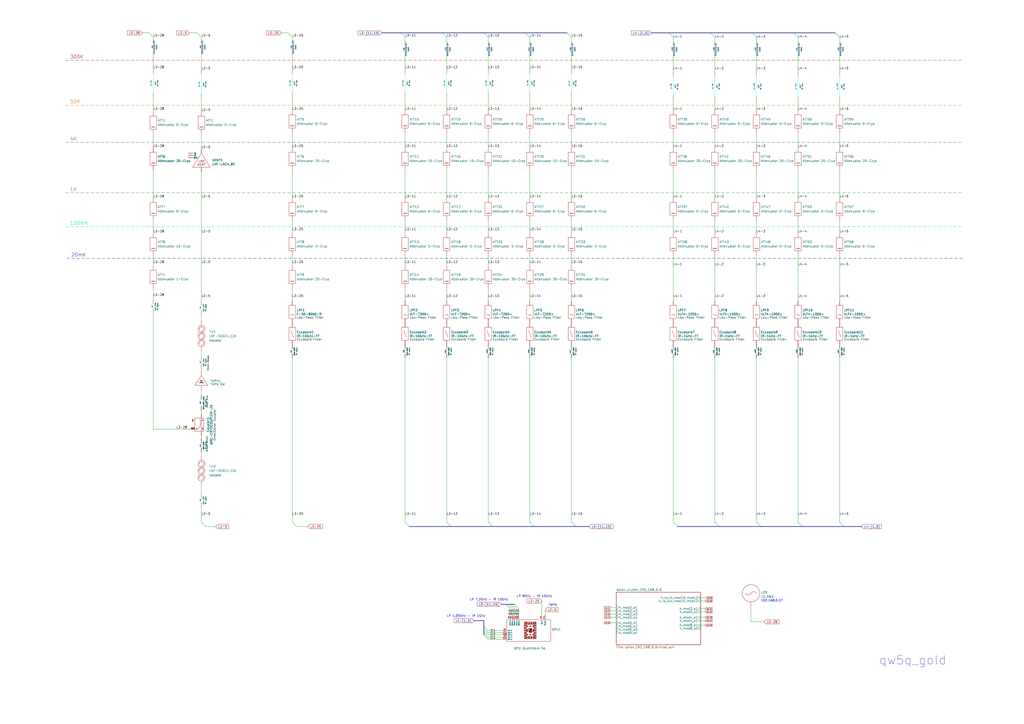
<source format=kicad_sch>
(kicad_sch (version 20230121) (generator eeschema)
  (paper "A2")
  (title_block (title "XLD Setup Q2 2023") (date "2023-06-14") (company "Technology Innovation Institute"))
  (lib_symbols
    (symbol "Quantum Computing:Amplifier HEMT LNF-LNC4_8C" (on_board no)
      (property "Reference" "HEMT" (at 6.096 1.016 0))
      (property "Value" "LNF-LNC4_8C" (at 6.096 -1.27 0))
      (symbol "Amplifier HEMT LNF-LNC4_8C_0_0"
        (text "HEMT" (at 0 -1.524 0) (effects (font (size 1.27 1.27))))
        (text "LNA" (at 0 0.508 0) (effects (font (size 1.27 1.27))))
      )
      (symbol "Amplifier HEMT LNF-LNC4_8C_1_1"
        (pin input line (at 0 -5.715 90) (length 2.54) (name "") (number ""))
        (pin output line (at 0 7.62 270) (length 2.54) (name "") (number ""))
        (pin power_in line (at -7.62 3.81 0) (length 2.54) (name "Vd") (number ""))
        (pin power_in line (at -7.62 5.08 0) (length 2.54) (name "Vg") (number ""))
        (pin power_in line (at -7.62 2.54 0) (length 2.54) (name "gnd") (number ""))
      )
    )
    (symbol "Quantum Computing:Attenuator 0-Cryo" (on_board no)
      (property "Reference" "ATT" (at 2.54 1.27 0))
      (property "Value" "Attenuator 0-Cryo" (at 2.54 -1.27 0))
      (symbol "Attenuator 0-Cryo_1_1"
        (pin bidirectional line (at 0 -6.35 90) (length 2.54) (name "") (number ""))
        (pin bidirectional line (at 0 6.35 270) (length 2.54) (name "") (number ""))
      )
    )
    (symbol "Quantum Computing:Attenuator 1-Cryo" (on_board no)
      (property "Reference" "ATT" (at 2.54 1.27 0))
      (property "Value" "Attenuator 1-Cryo" (at 2.54 -1.27 0))
      (symbol "Attenuator 1-Cryo_1_1"
        (pin bidirectional line (at 0 -6.35 90) (length 2.54) (name "") (number ""))
        (pin bidirectional line (at 0 6.35 270) (length 2.54) (name "") (number ""))
      )
    )
    (symbol "Quantum Computing:Attenuator 10-Cryo" (on_board no)
      (property "Reference" "ATT" (at 2.54 1.27 0))
      (property "Value" "Attenuator 10-Cryo" (at 2.54 -1.27 0))
      (symbol "Attenuator 10-Cryo_1_1"
        (pin bidirectional line (at 0 -6.35 90) (length 2.54) (name "") (number ""))
        (pin bidirectional line (at 0 6.35 270) (length 2.54) (name "") (number ""))
      )
    )
    (symbol "Quantum Computing:Attenuator 20-Cryo" (on_board no)
      (property "Reference" "ATT" (at 2.54 1.27 0))
      (property "Value" "Attenuator 20-Cryo" (at 2.54 -1.27 0))
      (symbol "Attenuator 20-Cryo_1_1"
        (pin bidirectional line (at 0 -6.35 90) (length 2.54) (name "") (number ""))
        (pin bidirectional line (at 0 6.35 270) (length 2.54) (name "") (number ""))
      )
    )
    (symbol "Quantum Computing:Attenuator 3-Cryo" (on_board no)
      (property "Reference" "ATT" (at 2.54 1.27 0))
      (property "Value" "Attenuator 3-Cryo" (at 2.54 -1.27 0))
      (symbol "Attenuator 3-Cryo_1_1"
        (pin bidirectional line (at 0 -6.35 90) (length 2.54) (name "") (number ""))
        (pin bidirectional line (at 0 6.35 270) (length 2.54) (name "") (number ""))
      )
    )
    (symbol "Quantum Computing:Attenuator 30-Cryo" (on_board no)
      (property "Reference" "ATT" (at 2.54 1.27 0))
      (property "Value" "Attenuator 30-Cryo" (at 2.54 -1.27 0))
      (symbol "Attenuator 30-Cryo_1_1"
        (pin bidirectional line (at 0 -6.35 90) (length 2.54) (name "") (number ""))
        (pin bidirectional line (at 0 6.35 270) (length 2.54) (name "") (number ""))
      )
    )
    (symbol "Quantum Computing:Attenuator 6-Cryo" (on_board no)
      (property "Reference" "ATT" (at 2.54 1.27 0))
      (property "Value" "Attenuator 6-Cryo" (at 2.54 -1.27 0))
      (symbol "Attenuator 6-Cryo_1_1"
        (pin bidirectional line (at 0 -6.35 90) (length 2.54) (name "") (number ""))
        (pin bidirectional line (at 0 6.35 270) (length 2.54) (name "") (number ""))
      )
    )
    (symbol "Quantum Computing:Directional Coupler QMC-CRYOCOUPLER-20"
      (property "Reference" "Coupler" (at 0 -3.81 0))
      (property "Value" "QMC-CRYOCOUPLER-20" (at 0 -5.715 0))
      (symbol "Directional Coupler QMC-CRYOCOUPLER-20_1_0"
        (text "50Ω" (at -2.54 5.08 0) (effects (font (size 0.5 0.5))))
        (text "in" (at -3.175 -0.635 0) (effects (font (size 0.6 0.6)) (justify left)))
        (text "out" (at 3.175 -0.635 0) (effects (font (size 0.6 0.6)) (justify right)))
      )
      (symbol "Directional Coupler QMC-CRYOCOUPLER-20_1_1"
        (text "Directional Coupler" (at 0 -7.62 0) (effects (font (size 1.27 1.27))))
        (pin output line (at -6.35 0 0) (length 2.54) (name "") (number ""))
        (pin input line (at 6.35 0 180) (length 2.54) (name "") (number ""))
        (pin input line (at 2.54 6.35 270) (length 2.54) (name "") (number "20dB"))
      )
    )
    (symbol "Quantum Computing:Filter Eccosorb IR-10GHz-FF" (on_board no)
      (property "Reference" "EF" (at 2.5 1.016 0))
      (property "Value" "IR-10GHz-FF" (at 2.5 -1.27 0))
      (symbol "Filter Eccosorb IR-10GHz-FF_1_0"
        (text "Eccosorb Filter" (at 2.54 -3.175 0) (effects (font (size 1.27 1.27)) (justify left)))
      )
      (symbol "Filter Eccosorb IR-10GHz-FF_1_1"
        (pin bidirectional line (at 0 -6.35 90) (length 2.54) (name "") (number ""))
        (pin bidirectional line (at 0 6.35 270) (length 2.54) (name "") (number ""))
      )
    )
    (symbol "Quantum Computing:Filter Eccosorb IR-1GHz-FF" (on_board no)
      (property "Reference" "EF" (at 2.5 1.016 0))
      (property "Value" "IR-1GHz-FF" (at 2.5 -1.27 0))
      (symbol "Filter Eccosorb IR-1GHz-FF_1_0"
        (text "Eccosorb Filter" (at 2.54 -3.175 0) (effects (font (size 1.27 1.27)) (justify left)))
      )
      (symbol "Filter Eccosorb IR-1GHz-FF_1_1"
        (pin bidirectional line (at 0 -6.35 90) (length 2.54) (name "") (number ""))
        (pin bidirectional line (at 0 6.35 270) (length 2.54) (name "") (number ""))
      )
    )
    (symbol "Quantum Computing:Filter Low-Pass F-30-8000-R" (on_board no)
      (property "Reference" "LPF" (at 2.5 1.016 0))
      (property "Value" "F-30-8000-R" (at 2.5 -1.27 0))
      (symbol "Filter Low-Pass F-30-8000-R_1_1"
        (text "Low-Pass Filter" (at 2.54 -3.175 0) (effects (font (size 1.27 1.27)) (justify left)))
        (pin bidirectional line (at 0 -6.35 90) (length 2.54) (name "") (number ""))
        (pin bidirectional line (at 0 6.35 270) (length 2.54) (name "") (number ""))
      )
    )
    (symbol "Quantum Computing:Filter Low-Pass VLF-7200+" (on_board no)
      (property "Reference" "LPF" (at 2.5 1.016 0))
      (property "Value" "VLF-7200+" (at 2.5 -1.27 0))
      (symbol "Filter Low-Pass VLF-7200+_1_1"
        (text "Low-Pass Filter" (at 2.54 -3.175 0) (effects (font (size 1.27 1.27)) (justify left)))
        (pin bidirectional line (at 0 -6.35 90) (length 2.54) (name "") (number ""))
        (pin bidirectional line (at 0 6.35 270) (length 2.54) (name "") (number ""))
      )
    )
    (symbol "Quantum Computing:Filter Low-Pass VLFX-1050+" (on_board no)
      (property "Reference" "LPF" (at 2.5 1.016 0))
      (property "Value" "VLFX-1050+" (at 2.5 -1.27 0))
      (symbol "Filter Low-Pass VLFX-1050+_1_1"
        (text "Low-Pass Filter" (at 2.54 -3.175 0) (effects (font (size 1.27 1.27)) (justify left)))
        (pin bidirectional line (at 0 -6.35 90) (length 2.54) (name "") (number ""))
        (pin bidirectional line (at 0 6.35 270) (length 2.54) (name "") (number ""))
      )
    )
    (symbol "Quantum Computing:Isolator LNF-ISISC4_12A" (on_board no)
      (property "Reference" "TJI" (at 4.445 2.54 0))
      (property "Value" "LNF-ISISC4_12A" (at 4.445 0 0))
      (symbol "Isolator LNF-ISISC4_12A_1_1"
        (text "Isolator" (at 4.445 -2.54 0) (effects (font (size 1.27 1.27)) (justify left)))
        (pin input line (at 0 -8.89 90) (length 2.54) (name "") (number ""))
        (pin output line (at 0 8.89 270) (length 2.54) (name "") (number ""))
      )
    )
    (symbol "Quantum Computing:LO_R&S" (on_board no)
      (property "Reference" "LO" (at 7.62 1.016 0))
      (property "Value" "LO_R&S" (at 7.62 -1.27 0))
      (symbol "LO_R&S_1_1"
        (pin output line (at 0 -7.62 90) (length 2.54) (name "") (number ""))
      )
    )
    (symbol "Quantum Computing:QPU QuantWare 5q" (on_board no)
      (property "Reference" "QPU" (at -5.715 -1.905 0))
      (property "Value" "QPU QuantWare 5q" (at -5.715 -3.937 0))
      (symbol "QPU QuantWare 5q_1_1"
        (pin output line (at 3.175 15.24 270) (length 2.54) (name "RO_OUT") (number "P11"))
        (pin input line (at -21.59 1.27 0) (length 2.54) (name "Q0Flux") (number "P14"))
        (pin input line (at -12.065 15.24 270) (length 2.54) (name "Q0Drive") (number "P15"))
        (pin input line (at -14.605 15.24 270) (length 2.54) (name "Q3Drive") (number "P17"))
        (pin input line (at -21.59 3.81 0) (length 2.54) (name "Q3Flux") (number "P18"))
        (pin input line (at -15.875 15.24 270) (length 2.54) (name "Q2Drive") (number "P2"))
        (pin input line (at 1.27 15.24 270) (length 2.54) (name "RO_IN") (number "P3"))
        (pin input line (at -21.59 2.54 0) (length 2.54) (name "Q4Flux") (number "P5"))
        (pin input line (at -13.335 15.24 270) (length 2.54) (name "Q4Drive") (number "P6"))
        (pin input line (at -21.59 5.08 0) (length 2.54) (name "Q2Flux") (number "P7"))
        (pin input line (at -17.145 15.24 270) (length 2.54) (name "Q1Drive") (number "P8"))
        (pin input line (at -21.59 6.35 0) (length 2.54) (name "Q1Flux") (number "P9"))
      )
    )
    (symbol "Quantum Computing:RF Cable Minicircuits-6FT"
      (property "Reference" "CBL" (at 0 0.635 0))
      (property "Value" "Minicircuits-6FT" (at 0 -0.635 0))
      (symbol "RF Cable Minicircuits-6FT_1_1"
        (text "Cable" (at 0 -1.905 0) (effects (font (size 0.64 0.64))))
        (pin bidirectional line (at -3.81 0 0) (length 2.54) (name "") (number ""))
        (pin bidirectional line (at 3.81 0 180) (length 2.54) (name "") (number ""))
      )
    )
    (symbol "Quantum Computing:RF Cable SMA-SMA"
      (property "Reference" "RFC" (at 0 0.635 0))
      (property "Value" "SMA-SMA" (at 0 -1.27 0))
      (symbol "RF Cable SMA-SMA_1_0"
        (text "RF cable" (at 0 -2.54 0) (effects (font (size 0.64 0.64))))
      )
      (symbol "RF Cable SMA-SMA_1_1"
        (pin bidirectional line (at -3.81 0 0) (length 2.54) (name "") (number ""))
        (pin bidirectional line (at 3.81 0 180) (length 2.54) (name "") (number ""))
      )
    )
    (symbol "Quantum Computing:RF Cable SMA-SMA_short"
      (property "Reference" "RFC" (at 0 0.635 0))
      (property "Value" "SMA-SMA short" (at 0 -1.27 0))
      (symbol "RF Cable SMA-SMA_short_1_0"
        (text "RF cable" (at 0 -2.54 0) (effects (font (size 0.64 0.64))))
      )
      (symbol "RF Cable SMA-SMA_short_1_1"
        (pin bidirectional line (at -4.445 0 0) (length 2.54) (name "") (number ""))
        (pin bidirectional line (at 4.445 0 180) (length 2.54) (name "") (number ""))
      )
    )
    (symbol "Quantum Computing:RF Cable SMA-SMP"
      (property "Reference" "RFC" (at 0 0.635 0))
      (property "Value" "SMA-SMP" (at 0 -1.27 0))
      (symbol "RF Cable SMA-SMP_1_0"
        (text "RF cable" (at 0 -2.54 0) (effects (font (size 0.64 0.64))))
      )
      (symbol "RF Cable SMA-SMP_1_1"
        (pin bidirectional line (at -3.81 0 0) (length 2.54) (name "") (number ""))
        (pin bidirectional line (at 3.81 0 180) (length 2.54) (name "") (number ""))
      )
    )
    (symbol "Quantum Computing:RF Line NbTi"
      (property "Reference" "RFL" (at 0 1.27 0))
      (property "Value" "NbTi" (at 0 -1.27 0))
      (symbol "RF Line NbTi_1_0"
        (text "RF line" (at 0 -2.54 0) (effects (font (size 0.64 0.64))))
      )
      (symbol "RF Line NbTi_1_1"
        (pin bidirectional line (at -8.255 0 0) (length 2.54) (name "") (number ""))
        (pin bidirectional line (at 8.255 0 180) (length 2.54) (name "") (number ""))
      )
    )
    (symbol "Quantum Computing:TWPA SW"
      (property "Reference" "TWPA" (at 5.08 2.54 0))
      (property "Value" "TWPA SW" (at 5.08 0.635 0))
      (symbol "TWPA SW_0_0"
        (text "SW" (at 0 2.54 0) (effects (font (size 0.7 0.7))))
      )
      (symbol "TWPA SW_1_1"
        (pin input line (at 0 -2.54 90) (length 2.54) (name "") (number ""))
        (pin output line (at 0 8.255 270) (length 2.54) (name "") (number ""))
      )
    )
  )
  (bus_entry (at 283.21 302.895) (size 2.54 2.54))
  (bus_entry (at 169.545 21.59) (size -2.54 -2.54))
  (bus_entry (at 487.045 302.895) (size 2.54 2.54))
  (bus_entry (at 259.08 302.895) (size 2.54 2.54))
  (bus_entry (at 331.47 302.895) (size 2.54 2.54))
  (bus_entry (at 297.18 350.52) (size 2.54 2.54))
  (bus_entry (at 462.915 21.59) (size -2.54 -2.54))
  (bus_entry (at 116.84 302.895) (size 2.54 2.54))
  (bus_entry (at 307.34 302.895) (size 2.54 2.54))
  (bus_entry (at 293.37 350.52) (size 2.54 2.54))
  (bus_entry (at 414.655 21.59) (size -2.54 -2.54))
  (bus_entry (at 298.45 350.52) (size 2.54 2.54))
  (bus_entry (at 280.67 365.76) (size 2.54 2.54))
  (bus_entry (at 283.21 21.59) (size -2.54 -2.54))
  (bus_entry (at 390.525 302.895) (size 2.54 2.54))
  (bus_entry (at 169.545 302.895) (size 2.54 2.54))
  (bus_entry (at 462.915 302.895) (size 2.54 2.54))
  (bus_entry (at 487.045 21.59) (size -2.54 -2.54))
  (bus_entry (at 280.67 368.3) (size 2.54 2.54))
  (bus_entry (at 438.785 21.59) (size -2.54 -2.54))
  (bus_entry (at 116.84 21.59) (size -2.54 -2.54))
  (bus_entry (at 307.34 21.59) (size -2.54 -2.54))
  (bus_entry (at 280.67 363.22) (size 2.54 2.54))
  (bus_entry (at 294.64 350.52) (size 2.54 2.54))
  (bus_entry (at 331.47 21.59) (size -2.54 -2.54))
  (bus_entry (at 438.785 302.895) (size 2.54 2.54))
  (bus_entry (at 295.91 350.52) (size 2.54 2.54))
  (bus_entry (at 259.08 21.59) (size -2.54 -2.54))
  (bus_entry (at 234.95 21.59) (size -2.54 -2.54))
  (bus_entry (at 414.655 302.895) (size 2.54 2.54))
  (bus_entry (at 280.67 367.03) (size 2.54 2.54))
  (bus_entry (at 234.95 302.895) (size 2.54 2.54))
  (bus_entry (at 390.525 21.59) (size -2.54 -2.54))
  (bus_entry (at 88.9 21.59) (size -2.54 -2.54))
  (bus_entry (at 280.67 364.49) (size 2.54 2.54))
  (wire (pts (xy 462.915 207.645) (xy 462.915 302.895)))
  (wire (pts (xy 357.505 361.315) (xy 354.33 361.315)))
  (wire (pts (xy 414.655 76.835) (xy 414.655 85.725)))
  (wire (pts (xy 435.61 360.68) (xy 435.61 351.79)))
  (bus (pts (xy 304.8 19.05) (xy 280.67 19.05)))
  (wire (pts (xy 234.95 147.955) (xy 234.95 154.305)))
  (wire (pts (xy 88.9 147.955) (xy 88.9 154.305)))
  (wire (pts (xy 414.655 32.385) (xy 414.655 41.91)))
  (bus (pts (xy 465.455 305.435) (xy 489.585 305.435)))
  (wire (pts (xy 331.47 98.425) (xy 331.47 114.935)))
  (wire (pts (xy 283.21 127.635) (xy 283.21 135.255)))
  (wire (pts (xy 438.785 98.425) (xy 438.785 114.935)))
  (bus (pts (xy 334.01 305.435) (xy 341.63 305.435)))
  (wire (pts (xy 169.545 31.115) (xy 169.545 40.005)))
  (wire (pts (xy 462.915 32.385) (xy 462.915 41.91)))
  (wire (pts (xy 259.08 56.515) (xy 259.08 64.135)))
  (wire (pts (xy 169.545 147.955) (xy 169.545 154.305)))
  (wire (pts (xy 116.84 203.835) (xy 116.84 206.375)))
  (polyline (pts (xy 38.735 149.86) (xy 558.8 149.86)) (stroke (width 0) (type dash_dot) (color 0 0 132 1)))
  (wire (pts (xy 283.21 365.76) (xy 291.465 365.76)))
  (bus (pts (xy 280.67 367.03) (xy 280.67 365.76)))
  (wire (pts (xy 462.915 58.42) (xy 462.915 64.135)))
  (wire (pts (xy 259.08 32.385) (xy 259.08 40.005)))
  (wire (pts (xy 283.21 98.425) (xy 283.21 114.935)))
  (bus (pts (xy 484.505 19.05) (xy 460.375 19.05)))
  (bus (pts (xy 393.065 305.435) (xy 417.195 305.435)))
  (wire (pts (xy 390.525 147.955) (xy 390.525 174.625)))
  (bus (pts (xy 460.375 19.05) (xy 436.245 19.05)))
  (wire (pts (xy 88.9 56.515) (xy 88.9 64.77)))
  (wire (pts (xy 408.94 354.965) (xy 406.4 354.965)))
  (wire (pts (xy 487.045 32.385) (xy 487.045 41.91)))
  (bus (pts (xy 412.115 19.05) (xy 387.985 19.05)))
  (wire (pts (xy 283.21 32.385) (xy 283.21 40.005)))
  (wire (pts (xy 331.47 21.59) (xy 331.47 24.765)))
  (wire (pts (xy 307.34 167.005) (xy 307.34 174.625)))
  (polyline (pts (xy 38.1 82.55) (xy 558.165 82.55)) (stroke (width 0) (type dash_dot) (color 0 72 72 1)))
  (wire (pts (xy 88.9 31.115) (xy 88.9 40.005)))
  (bus (pts (xy 489.585 305.435) (xy 499.745 305.435)))
  (wire (pts (xy 283.21 207.645) (xy 283.21 302.895)))
  (bus (pts (xy 285.75 305.435) (xy 309.88 305.435)))
  (wire (pts (xy 331.47 76.835) (xy 331.47 85.725)))
  (wire (pts (xy 487.045 207.645) (xy 487.045 302.895)))
  (wire (pts (xy 390.525 32.385) (xy 390.525 41.91)))
  (wire (pts (xy 406.4 346.71) (xy 409.575 346.71)))
  (wire (pts (xy 295.91 353.06) (xy 295.91 356.87)))
  (wire (pts (xy 390.525 21.59) (xy 390.525 24.765)))
  (wire (pts (xy 414.655 207.645) (xy 414.655 302.895)))
  (wire (pts (xy 390.525 127.635) (xy 390.525 135.255)))
  (bus (pts (xy 387.985 19.05) (xy 377.825 19.05)))
  (wire (pts (xy 307.34 76.835) (xy 307.34 85.725)))
  (wire (pts (xy 169.545 76.835) (xy 169.545 85.725)))
  (wire (pts (xy 298.45 353.06) (xy 298.45 356.87)))
  (wire (pts (xy 316.23 353.695) (xy 316.23 356.87)))
  (bus (pts (xy 274.955 360.045) (xy 280.67 360.045)))
  (wire (pts (xy 169.545 167.005) (xy 169.545 174.625)))
  (bus (pts (xy 280.67 363.22) (xy 280.67 360.045)))
  (wire (pts (xy 116.84 213.995) (xy 116.84 215.265)))
  (bus (pts (xy 237.49 305.435) (xy 261.62 305.435)))
  (bus (pts (xy 293.37 350.52) (xy 290.83 350.52)))
  (wire (pts (xy 116.84 31.115) (xy 116.84 40.64)))
  (wire (pts (xy 88.9 181.61) (xy 88.9 248.92)))
  (wire (pts (xy 116.84 262.255) (xy 116.84 264.16)))
  (polyline (pts (xy 38.1 34.925) (xy 558.165 34.925)) (stroke (width 0) (type dash_dot) (color 132 0 0 1)))
  (wire (pts (xy 406.4 362.585) (xy 408.94 362.585)))
  (wire (pts (xy 307.34 56.515) (xy 307.34 64.135)))
  (wire (pts (xy 116.84 254.635) (xy 116.84 252.73)))
  (wire (pts (xy 354.33 354.33) (xy 357.505 354.33)))
  (wire (pts (xy 234.95 127.635) (xy 234.95 135.255)))
  (wire (pts (xy 283.21 21.59) (xy 283.21 24.765)))
  (wire (pts (xy 438.785 21.59) (xy 438.785 24.765)))
  (bus (pts (xy 295.91 350.52) (xy 294.64 350.52)))
  (wire (pts (xy 414.655 127.635) (xy 414.655 135.255)))
  (wire (pts (xy 487.045 127.635) (xy 487.045 135.255)))
  (wire (pts (xy 408.94 358.14) (xy 406.4 358.14)))
  (wire (pts (xy 331.47 167.005) (xy 331.47 174.625)))
  (wire (pts (xy 331.47 127.635) (xy 331.47 135.255)))
  (wire (pts (xy 283.21 370.84) (xy 291.465 370.84)))
  (wire (pts (xy 408.94 360.045) (xy 406.4 360.045)))
  (wire (pts (xy 116.84 99.695) (xy 116.84 174.625)))
  (wire (pts (xy 259.08 127.635) (xy 259.08 135.255)))
  (wire (pts (xy 169.545 98.425) (xy 169.545 114.935)))
  (wire (pts (xy 259.08 76.835) (xy 259.08 85.725)))
  (wire (pts (xy 169.545 21.59) (xy 169.545 23.495)))
  (wire (pts (xy 116.84 77.47) (xy 116.84 86.36)))
  (wire (pts (xy 307.34 21.59) (xy 307.34 24.765)))
  (wire (pts (xy 88.9 248.92) (xy 110.49 248.92)))
  (wire (pts (xy 462.915 21.59) (xy 462.915 24.765)))
  (wire (pts (xy 331.47 147.955) (xy 331.47 154.305)))
  (wire (pts (xy 487.045 58.42) (xy 487.045 64.135)))
  (wire (pts (xy 283.21 367.03) (xy 291.465 367.03)))
  (wire (pts (xy 116.84 294.005) (xy 116.84 302.895)))
  (wire (pts (xy 331.47 207.645) (xy 331.47 302.895)))
  (bus (pts (xy 441.325 305.435) (xy 465.455 305.435)))
  (wire (pts (xy 259.08 167.005) (xy 259.08 174.625)))
  (wire (pts (xy 234.95 207.645) (xy 234.95 302.895)))
  (wire (pts (xy 88.9 98.425) (xy 88.9 114.935)))
  (wire (pts (xy 307.34 98.425) (xy 307.34 114.935)))
  (wire (pts (xy 300.99 353.06) (xy 300.99 356.87)))
  (wire (pts (xy 234.95 98.425) (xy 234.95 114.935)))
  (wire (pts (xy 462.915 127.635) (xy 462.915 135.255)))
  (wire (pts (xy 438.785 76.835) (xy 438.785 85.725)))
  (polyline (pts (xy 38.1 111.76) (xy 558.165 111.76)) (stroke (width 0) (type dash_dot) (color 0 132 0 1)))
  (wire (pts (xy 259.08 147.955) (xy 259.08 154.305)))
  (wire (pts (xy 354.33 358.14) (xy 357.505 358.14)))
  (wire (pts (xy 119.38 305.435) (xy 125.095 305.435)))
  (wire (pts (xy 414.655 21.59) (xy 414.655 24.765)))
  (wire (pts (xy 390.525 207.645) (xy 390.525 302.895)))
  (wire (pts (xy 414.655 147.955) (xy 414.655 174.625)))
  (wire (pts (xy 169.545 56.515) (xy 169.545 64.135)))
  (bus (pts (xy 297.18 350.52) (xy 295.91 350.52)))
  (wire (pts (xy 234.95 56.515) (xy 234.95 64.135)))
  (wire (pts (xy 331.47 32.385) (xy 331.47 40.005)))
  (bus (pts (xy 417.195 305.435) (xy 441.325 305.435)))
  (wire (pts (xy 88.9 21.59) (xy 88.9 23.495)))
  (bus (pts (xy 309.88 305.435) (xy 334.01 305.435)))
  (wire (pts (xy 307.34 147.955) (xy 307.34 154.305)))
  (wire (pts (xy 307.34 127.635) (xy 307.34 135.255)))
  (bus (pts (xy 280.67 364.49) (xy 280.67 363.22)))
  (wire (pts (xy 234.95 167.005) (xy 234.95 174.625)))
  (bus (pts (xy 298.45 350.52) (xy 297.18 350.52)))
  (wire (pts (xy 390.525 98.425) (xy 390.525 114.935)))
  (wire (pts (xy 462.915 147.955) (xy 462.915 174.625)))
  (wire (pts (xy 172.085 305.435) (xy 178.435 305.435)))
  (wire (pts (xy 116.84 226.06) (xy 116.84 229.235)))
  (wire (pts (xy 88.9 77.47) (xy 88.9 85.725)))
  (bus (pts (xy 436.245 19.05) (xy 412.115 19.05)))
  (bus (pts (xy 294.64 350.52) (xy 293.37 350.52)))
  (wire (pts (xy 462.915 76.835) (xy 462.915 85.725)))
  (wire (pts (xy 88.9 127.635) (xy 88.9 135.255)))
  (wire (pts (xy 314.325 348.615) (xy 314.325 356.87)))
  (wire (pts (xy 283.21 56.515) (xy 283.21 64.135)))
  (wire (pts (xy 443.23 360.68) (xy 435.61 360.68)))
  (polyline (pts (xy 38.1 60.96) (xy 558.165 60.96)) (stroke (width 0) (type dash_dot) (color 204 102 0 1)))
  (wire (pts (xy 299.72 353.06) (xy 299.72 356.87)))
  (wire (pts (xy 259.08 98.425) (xy 259.08 114.935)))
  (wire (pts (xy 283.21 167.005) (xy 283.21 174.625)))
  (wire (pts (xy 307.34 32.385) (xy 307.34 40.005)))
  (bus (pts (xy 280.67 368.3) (xy 280.67 367.03)))
  (wire (pts (xy 408.94 353.06) (xy 406.4 353.06)))
  (wire (pts (xy 283.21 369.57) (xy 291.465 369.57)))
  (polyline (pts (xy 38.1 131.445) (xy 558.165 131.445)) (stroke (width 0) (type dash_dot) (color 0 194 194 1)))
  (wire (pts (xy 406.4 348.615) (xy 408.94 348.615)))
  (wire (pts (xy 283.21 147.955) (xy 283.21 154.305)))
  (wire (pts (xy 487.045 21.59) (xy 487.045 24.765)))
  (wire (pts (xy 234.95 32.385) (xy 234.95 40.005)))
  (wire (pts (xy 259.08 207.645) (xy 259.08 302.895)))
  (wire (pts (xy 462.915 98.425) (xy 462.915 114.935)))
  (wire (pts (xy 109.855 19.05) (xy 114.3 19.05)))
  (wire (pts (xy 116.84 57.15) (xy 116.84 64.77)))
  (wire (pts (xy 169.545 127.635) (xy 169.545 135.255)))
  (wire (pts (xy 297.18 353.06) (xy 297.18 356.87)))
  (wire (pts (xy 438.785 147.955) (xy 438.785 174.625)))
  (wire (pts (xy 82.55 19.05) (xy 86.36 19.05)))
  (wire (pts (xy 414.655 58.42) (xy 414.655 64.135)))
  (wire (pts (xy 487.045 76.835) (xy 487.045 85.725)))
  (wire (pts (xy 438.785 58.42) (xy 438.785 64.135)))
  (bus (pts (xy 280.67 365.76) (xy 280.67 364.49)))
  (wire (pts (xy 234.95 76.835) (xy 234.95 85.725)))
  (bus (pts (xy 261.62 305.435) (xy 285.75 305.435)))
  (wire (pts (xy 331.47 56.515) (xy 331.47 64.135)))
  (wire (pts (xy 163.195 19.05) (xy 167.005 19.05)))
  (wire (pts (xy 487.045 147.955) (xy 487.045 174.625)))
  (wire (pts (xy 390.525 76.835) (xy 390.525 85.725)))
  (bus (pts (xy 221.615 19.05) (xy 232.41 19.05)))
  (bus (pts (xy 328.93 19.05) (xy 304.8 19.05)))
  (wire (pts (xy 438.785 207.645) (xy 438.785 302.895)))
  (wire (pts (xy 354.33 352.425) (xy 357.505 352.425)))
  (bus (pts (xy 256.54 19.05) (xy 232.41 19.05)))
  (wire (pts (xy 283.21 76.835) (xy 283.21 85.725)))
  (wire (pts (xy 116.84 238.125) (xy 116.84 240.03)))
  (wire (pts (xy 414.655 98.425) (xy 414.655 114.935)))
  (wire (pts (xy 487.045 98.425) (xy 487.045 114.935)))
  (wire (pts (xy 234.95 21.59) (xy 234.95 24.765)))
  (wire (pts (xy 259.08 21.59) (xy 259.08 24.765)))
  (wire (pts (xy 116.84 182.245) (xy 116.84 186.055)))
  (wire (pts (xy 283.21 368.3) (xy 291.465 368.3)))
  (wire (pts (xy 116.84 21.59) (xy 116.84 23.495)))
  (wire (pts (xy 169.545 207.645) (xy 169.545 302.895)))
  (wire (pts (xy 438.785 32.385) (xy 438.785 41.91)))
  (wire (pts (xy 438.785 127.635) (xy 438.785 135.255)))
  (wire (pts (xy 354.33 356.235) (xy 357.505 356.235)))
  (wire (pts (xy 88.9 167.005) (xy 88.9 173.99)))
  (bus (pts (xy 280.67 19.05) (xy 256.54 19.05)))
  (wire (pts (xy 390.525 58.42) (xy 390.525 64.135)))
  (wire (pts (xy 307.34 207.645) (xy 307.34 302.895)))
  (wire (pts (xy 116.84 281.94) (xy 116.84 286.385)))
  (text "192.168.0.37\n" (at 441.325 349.25 0) (effects (font (size 1.27 1.27)) (justify left bottom)))
  (text "LP 7.2GHz - IR 10GHz" (at 272.415 348.615 0) (effects (font (size 1.27 1.27)) (justify left bottom)))
  (text "Short Brass" (at 121.285 215.265 90) (effects (font (size 1 1)) (justify left bottom)))
  (text "LP 1.05GHz - IR 1GHz" (at 259.08 358.14 0) (effects (font (size 1.27 1.27)) (justify left bottom)))
  (text "4K" (at 40.64 81.915 0) (effects (font (size 2 2)) (justify left bottom)))
  (text "300K" (at 40.64 34.29 0) (effects (font (size 2 2)) (justify left bottom)))
  (text "1K" (at 40.64 111.125 0) (effects (font (size 2 2)) (justify left bottom)))
  (text "Brass 8inch" (at 120.65 262.255 90) (effects (font (size 1 1)) (justify left bottom)))
  (text "100mK" (at 40.64 130.81 0) (effects (font (size 2 2)) (justify left bottom)))
  (text "TWPA" (at 318.135 351.79 0) (effects (font (size 1.27 1.27)) (justify left bottom)))
  (text "50K" (at 40.64 60.325 0) (effects (font (size 2 2)) (justify left bottom)))
  (text "LP 8GHz - IR 10GHz" (at 299.72 346.71 0) (effects (font (size 1.27 1.27)) (justify left bottom)))
  (text "Steel one\n" (at 120.65 236.855 90) (effects (font (size 1 1)) (justify left bottom)))
  (text "20mK" (at 41.275 149.225 0) (effects (font (size 2 2)) (justify left bottom)))
  (text "qw5q_gold" (at 509.905 386.08 0) (effects (font (size 5 5)) (justify left bottom)))
  (label "L3-12" (at 297.18 356.87 90) (effects (font (size 0.64 0.64))))
  (label "L3-13" (at 283.21 40.005 0))
  (label "L3-12" (at 259.08 172.72 0))
  (label "L2-5" (at 116.84 153.035 0))
  (label "L4-4" (at 462.915 154.305 0))
  (label "L4-4" (at 462.915 114.935 0))
  (label "L3-15" (at 331.47 64.135 0))
  (label "L3-11" (at 234.95 114.935 0))
  (label "L3-14" (at 307.34 40.005 0))
  (label "L3-11" (at 234.95 64.135 0))
  (label "L4-4" (at 462.915 64.135 0))
  (label "L2-5" (at 116.84 40.64 0))
  (label "L3-15" (at 331.47 299.085 0))
  (label "L3-11" (at 234.95 85.725 0))
  (label "L3-13" (at 283.21 64.135 0))
  (label "L3-25" (at 169.545 21.59 0))
  (label "L2-5" (at 116.84 299.085 0))
  (label "L4-2" (at 414.655 154.305 0))
  (label "L4-4" (at 462.915 85.725 0))
  (label "L3-12" (at 259.08 133.985 0))
  (label "L2-5" (at 116.84 135.255 0))
  (label "L2-5" (at 116.84 64.77 0))
  (label "L4-4" (at 462.915 135.255 0))
  (label "L3-12" (at 259.08 40.005 0))
  (label "L3-28" (at 88.9 85.725 0))
  (label "L3-15" (at 331.47 85.725 0))
  (label "L4-3" (at 438.785 40.64 0))
  (label "L4-4" (at 462.915 172.72 0))
  (label "L4-2" (at 414.655 22.225 0))
  (label "L3-25" (at 169.545 133.985 0))
  (label "L4-5" (at 487.045 40.64 0))
  (label "L4-3" (at 438.785 299.085 0))
  (label "L4-5" (at 487.045 114.935 0))
  (label "L3-13" (at 283.21 133.985 0))
  (label "L4-3" (at 438.785 135.255 0))
  (label "L4-4" (at 462.915 22.225 0))
  (label "L4-3" (at 438.785 85.725 0))
  (label "L3-11" (at 234.95 133.985 0))
  (label "L4-1" (at 390.525 172.72 0))
  (label "L4-2" (at 414.655 299.085 0))
  (label "L4-4" (at 462.915 299.085 0))
  (label "L3-13" (at 283.21 85.725 0))
  (label "L3-14" (at 307.34 21.59 0))
  (label "L4-2" (at 414.655 172.72 0))
  (label "L3-28" (at 102.235 248.92 0))
  (label "L3-11" (at 234.95 172.72 0))
  (label "L3-15" (at 331.47 40.005 0))
  (label "L3-13" (at 283.21 21.59 0))
  (label "L4-3" (at 284.48 368.3 0) (effects (font (size 0.64 0.64))))
  (label "L3-14" (at 307.34 64.135 0))
  (label "L3-28" (at 88.9 64.135 0))
  (label "L4-5" (at 487.045 299.085 0))
  (label "L4-3" (at 438.785 172.72 0))
  (label "L4-5" (at 487.045 172.72 0))
  (label "L4-1" (at 390.525 135.255 0))
  (label "L3-12" (at 259.08 299.085 0))
  (label "L3-13" (at 283.21 299.085 0))
  (label "L3-25" (at 169.545 40.005 0))
  (label "L3-25" (at 169.545 114.935 0))
  (label "L4-1" (at 390.525 114.935 0))
  (label "L3-14" (at 299.72 356.87 90) (effects (font (size 0.64 0.64))))
  (label "L3-12" (at 259.08 114.935 0))
  (label "L3-13" (at 283.21 153.035 0))
  (label "L3-15" (at 331.47 21.59 0))
  (label "L4-2" (at 414.655 40.64 0))
  (label "L3-28" (at 88.9 40.005 0))
  (label "L3-14" (at 307.34 114.935 0))
  (label "L4-2" (at 284.48 367.03 0) (effects (font (size 0.64 0.64))))
  (label "L4-1" (at 390.525 40.64 0))
  (label "L4-1" (at 390.525 22.225 0))
  (label "L4-4" (at 462.915 40.64 0))
  (label "L4-5" (at 487.045 64.135 0))
  (label "L3-28" (at 88.9 172.085 0))
  (label "L3-15" (at 331.47 153.035 0))
  (label "L3-13" (at 283.21 114.935 0))
  (label "L3-12" (at 259.08 85.725 0))
  (label "L2-5" (at 116.84 114.935 0))
  (label "L3-14" (at 307.34 133.985 0))
  (label "L3-15" (at 331.47 114.935 0))
  (label "L3-11" (at 234.95 40.005 0))
  (label "L3-11" (at 234.95 299.085 0))
  (label "L4-1" (at 390.525 85.725 0))
  (label "L4-2" (at 414.655 114.935 0))
  (label "L3-14" (at 307.34 172.72 0))
  (label "L3-11" (at 234.95 153.035 0))
  (label "L4-5" (at 487.045 85.725 0))
  (label "L4-2" (at 414.655 64.135 0))
  (label "L3-12" (at 259.08 153.035 0))
  (label "L3-28" (at 88.9 153.035 0))
  (label "L3-14" (at 307.34 85.725 0))
  (label "L4-5" (at 487.045 154.305 0))
  (label "L4-1" (at 390.525 64.135 0))
  (label "L3-28" (at 88.9 21.59 0))
  (label "L3-13" (at 298.45 356.87 90) (effects (font (size 0.64 0.64))))
  (label "L4-5" (at 487.045 135.255 0))
  (label "L4-3" (at 438.785 22.225 0))
  (label "L4-1" (at 284.48 365.76 0) (effects (font (size 0.64 0.64))))
  (label "L3-25" (at 169.545 85.725 0))
  (label "L4-2" (at 414.655 135.255 0))
  (label "L3-15" (at 300.99 356.87 90) (effects (font (size 0.64 0.64))))
  (label "L2-5" (at 116.84 21.59 0))
  (label "L4-4" (at 284.48 369.57 0) (effects (font (size 0.64 0.64))))
  (label "L3-25" (at 169.545 299.085 0))
  (label "L3-14" (at 307.34 299.085 0))
  (label "L3-12" (at 259.08 64.135 0))
  (label "L3-15" (at 331.47 172.72 0))
  (label "L2-5" (at 116.84 172.72 0))
  (label "L3-28" (at 88.9 135.255 0))
  (label "L4-5" (at 284.48 370.84 0) (effects (font (size 0.64 0.64))))
  (label "L3-25" (at 169.545 64.135 0))
  (label "L4-3" (at 438.785 114.935 0))
  (label "L4-3" (at 438.785 64.135 0))
  (label "L3-11" (at 234.95 21.59 0))
  (label "L4-5" (at 487.045 22.225 0))
  (label "L4-2" (at 414.655 85.725 0))
  (label "L3-28" (at 88.9 114.935 0))
  (label "L4-1" (at 390.525 154.305 0))
  (label "L4-3" (at 438.785 154.305 0))
  (label "L3-15" (at 331.47 133.985 0))
  (label "L3-14" (at 307.34 153.035 0))
  (label "L3-12" (at 259.08 21.59 0))
  (label "L3-25" (at 169.545 172.72 0))
  (label "L4-1" (at 390.525 299.085 0))
  (label "L2-5" (at 116.84 86.36 0))
  (label "L3-13" (at 283.21 172.72 0))
  (label "L3-11" (at 295.91 356.87 90) (effects (font (size 0.64 0.64))))
  (label "L3-25" (at 169.545 153.035 0))
  (global_label "L3-11" (shape input) (at 408.94 353.06 0) (effects (font (size 0.64 0.64))) (property "Intersheetrefs" "${INTERSHEET_REFS}" (effects hide)))
  (global_label "L3-25" (shape input) (at 408.94 348.615 0) (effects (font (size 0.64 0.64))) (property "Intersheetrefs" "${INTERSHEET_REFS}" (effects hide)))
  (global_label "L3-25" (shape input) (at 314.325 348.615 180) (property "Intersheetrefs" "${INTERSHEET_REFS}" (effects hide)))
  (global_label "L4-[1..5]" (shape input) (at 499.745 305.435 0) (property "Intersheetrefs" "${INTERSHEET_REFS}" (effects hide)))
  (global_label "L3-15" (shape input) (at 408.94 362.585 0) (effects (font (size 0.64 0.64))) (property "Intersheetrefs" "${INTERSHEET_REFS}" (effects hide)))
  (global_label "L4-4" (shape input) (at 354.33 358.14 180) (effects (font (size 0.64 0.64))) (property "Intersheetrefs" "${INTERSHEET_REFS}" (effects hide)))
  (global_label "L4-1" (shape input) (at 354.33 352.425 180) (effects (font (size 0.64 0.64))) (property "Intersheetrefs" "${INTERSHEET_REFS}" (effects hide)))
  (global_label "L3-28" (shape input) (at 82.55 19.05 180) (property "Intersheetrefs" "${INTERSHEET_REFS}" (effects hide)))
  (global_label "L3-25" (shape input) (at 178.435 305.435 0) (property "Intersheetrefs" "${INTERSHEET_REFS}" (effects hide)))
  (global_label "L3-[11..15]" (shape input) (at 341.63 305.435 0) (property "Intersheetrefs" "${INTERSHEET_REFS}" (effects hide)))
  (global_label "L2-5" (shape input) (at 316.23 353.695 0) (property "Intersheetrefs" "${INTERSHEET_REFS}" (effects hide)))
  (global_label "L2-5" (shape input) (at 125.095 305.435 0) (property "Intersheetrefs" "${INTERSHEET_REFS}" (effects hide)))
  (global_label "L4-[1..5]" (shape input) (at 377.825 19.05 180) (property "Intersheetrefs" "${INTERSHEET_REFS}" (effects hide)))
  (global_label "L3-13" (shape input) (at 408.94 358.14 0) (effects (font (size 0.64 0.64))) (property "Intersheetrefs" "${INTERSHEET_REFS}" (effects hide)))
  (global_label "L4-2" (shape input) (at 354.33 354.33 180) (effects (font (size 0.64 0.64))) (property "Intersheetrefs" "${INTERSHEET_REFS}" (effects hide)))
  (global_label "L4-[1..5]" (shape input) (at 274.955 360.045 180) (property "Intersheetrefs" "${INTERSHEET_REFS}" (effects hide)))
  (global_label "L3-25" (shape input) (at 163.195 19.05 180) (property "Intersheetrefs" "${INTERSHEET_REFS}" (effects hide)))
  (global_label "L3-14" (shape input) (at 408.94 360.045 0) (effects (font (size 0.64 0.64))) (property "Intersheetrefs" "${INTERSHEET_REFS}" (effects hide)))
  (global_label "L3-28" (shape input) (at 443.23 360.68 0) (property "Intersheetrefs" "${INTERSHEET_REFS}" (effects hide)))
  (global_label "L2-5" (shape input) (at 109.855 19.05 180) (property "Intersheetrefs" "${INTERSHEET_REFS}" (effects hide)))
  (global_label "L2-5" (shape input) (at 409.575 346.71 0) (effects (font (size 0.64 0.64))) (property "Intersheetrefs" "${INTERSHEET_REFS}" (effects hide)))
  (global_label "L3-[11..15]" (shape input) (at 221.615 19.05 180) (property "Intersheetrefs" "${INTERSHEET_REFS}" (effects hide)))
  (global_label "L4-3" (shape input) (at 354.33 356.235 180) (effects (font (size 0.64 0.64))) (property "Intersheetrefs" "${INTERSHEET_REFS}" (effects hide)))
  (global_label "L4-5" (shape input) (at 354.33 361.315 180) (effects (font (size 0.64 0.64))) (property "Intersheetrefs" "${INTERSHEET_REFS}" (effects hide)))
  (global_label "L3-12" (shape input) (at 408.94 354.965 0) (effects (font (size 0.64 0.64))) (property "Intersheetrefs" "${INTERSHEET_REFS}" (effects hide)))
  (global_label "L3-[11..15]" (shape input) (at 290.83 350.52 180) (property "Intersheetrefs" "${INTERSHEET_REFS}" (effects hide)))
  (symbol (lib_id "Quantum Computing:Attenuator 6-Cryo") (at 259.08 70.485 0) (unit 1) (on_board no)
    (property "Reference" "ATT15" (at 261.62 69.215 0) (effects (justify left)))
    (property "Value" "Attenuator 6-Cryo" (at 261.62 71.755 0) (effects (justify left)))
    (instances (project "Q2_2023" (path "" (reference "ATT15") (unit 1)) (path "" (reference "ATT74") (unit 1))))
  )
  (symbol (lib_id "Quantum Computing:Attenuator 6-Cryo") (at 331.47 70.485 0) (unit 1) (on_board no)
    (property "Reference" "ATT30" (at 334.01 69.215 0) (effects (justify left)))
    (property "Value" "Attenuator 6-Cryo" (at 334.01 71.755 0) (effects (justify left)))
    (instances (project "Q2_2023" (path "" (reference "ATT30") (unit 1)) (path "" (reference "ATT89") (unit 1))))
  )
  (symbol (lib_id "Quantum Computing:Attenuator 3-Cryo") (at 259.08 141.605 0) (unit 1) (on_board no)
    (property "Reference" "ATT18" (at 261.62 140.335 0) (effects (justify left)))
    (property "Value" "Attenuator 3-Cryo" (at 261.62 142.875 0) (effects (justify left)))
    (instances (project "Q2_2023" (path "" (reference "ATT18") (unit 1)) (path "" (reference "ATT77") (unit 1))))
  )
  (symbol (lib_id "Quantum Computing:Attenuator 6-Cryo") (at 307.34 70.485 0) (unit 1) (on_board no)
    (property "Reference" "ATT25" (at 309.88 69.215 0) (effects (justify left)))
    (property "Value" "Attenuator 6-Cryo" (at 309.88 71.755 0) (effects (justify left)))
    (instances (project "Q2_2023" (path "" (reference "ATT25") (unit 1)) (path "" (reference "ATT84") (unit 1))))
  )
  (symbol (lib_id "Quantum Computing:Attenuator 3-Cryo") (at 331.47 141.605 0) (unit 1) (on_board no)
    (property "Reference" "ATT33" (at 334.01 140.335 0) (effects (justify left)))
    (property "Value" "Attenuator 3-Cryo" (at 334.01 142.875 0) (effects (justify left)))
    (instances (project "Q2_2023" (path "" (reference "ATT33") (unit 1)) (path "" (reference "ATT92") (unit 1))))
  )
  (symbol (lib_id "Quantum Computing:RF Line NbTi") (at 116.84 48.895 90) (unit 1)
    (property "Reference" "LX-X1" (at 115.57 48.895 0) (effects (font (size 0.64 0.64))))
    (property "Value" "NbTi" (at 118.11 48.895 0) (effects (font (size 0.64 0.64))))
    (instances (project "Q2_2023" (path "" (reference "LX-X1") (unit 1)) (path "" (reference "RFL2") (unit 1))))
  )
  (symbol (lib_id "Quantum Computing:Attenuator 10-Cryo") (at 331.47 92.075 0) (unit 1) (on_board no)
    (property "Reference" "ATT31" (at 334.01 90.805 0) (effects (justify left)))
    (property "Value" "Attenuator 10-Cryo" (at 334.01 93.345 0) (effects (justify left)))
    (instances (project "Q2_2023" (path "" (reference "ATT31") (unit 1)) (path "" (reference "ATT90") (unit 1))))
  )
  (symbol (lib_id "Quantum Computing:RF Line NbTi") (at 307.34 48.26 90) (unit 1)
    (property "Reference" "LX-X6" (at 306.07 48.26 0) (effects (font (size 0.64 0.64))))
    (property "Value" "NbTi" (at 308.61 48.26 0) (effects (font (size 0.64 0.64))))
    (instances (project "Q2_2023" (path "" (reference "LX-X6") (unit 1)) (path "" (reference "RFL7") (unit 1))))
  )
  (symbol (lib_id "Quantum Computing:Attenuator 6-Cryo") (at 307.34 121.285 0) (unit 1) (on_board no)
    (property "Reference" "ATT27" (at 309.88 120.015 0) (effects (justify left)))
    (property "Value" "Attenuator 6-Cryo" (at 309.88 122.555 0) (effects (justify left)))
    (instances (project "Q2_2023" (path "" (reference "ATT27") (unit 1)) (path "" (reference "ATT86") (unit 1))))
  )
  (symbol (lib_id "Quantum Computing:Attenuator 20-Cryo") (at 414.655 92.075 0) (unit 1) (on_board no)
    (property "Reference" "ATT41" (at 417.195 90.805 0) (effects (justify left)))
    (property "Value" "Attenuator 20-Cryo" (at 417.195 93.345 0) (effects (justify left)))
    (instances (project "Q2_2023" (path "" (reference "ATT41") (unit 1)) (path "" (reference "ATT100") (unit 1))))
  )
  (symbol (lib_id "Quantum Computing:Attenuator 30-Cryo") (at 259.08 160.655 0) (unit 1) (on_board no)
    (property "Reference" "ATT19" (at 261.62 159.385 0) (effects (justify left)))
    (property "Value" "Attenuator 30-Cryo" (at 261.62 161.925 0) (effects (justify left)))
    (instances (project "Q2_2023" (path "" (reference "ATT19") (unit 1)) (path "" (reference "ATT78") (unit 1))))
  )
  (symbol (lib_id "Quantum Computing:Attenuator 30-Cryo") (at 234.95 160.655 0) (unit 1) (on_board no)
    (property "Reference" "ATT14" (at 237.49 159.385 0) (effects (justify left)))
    (property "Value" "Attenuator 30-Cryo" (at 237.49 161.925 0) (effects (justify left)))
    (instances (project "Q2_2023" (path "" (reference "ATT14") (unit 1)) (path "" (reference "ATT73") (unit 1))))
  )
  (symbol (lib_id "Quantum Computing:Attenuator 0-Cryo") (at 487.045 70.485 0) (unit 1) (on_board no)
    (property "Reference" "ATT55" (at 489.585 69.215 0) (effects (justify left)))
    (property "Value" "Attenuator 0-Cryo" (at 489.585 71.755 0) (effects (justify left)))
    (instances (project "Q2_2023" (path "" (reference "ATT55") (unit 1)) (path "" (reference "ATT114") (unit 1))))
  )
  (symbol (lib_id "Quantum Computing:Attenuator 0-Cryo") (at 487.045 121.285 0) (unit 1) (on_board no)
    (property "Reference" "ATT57" (at 489.585 120.015 0) (effects (justify left)))
    (property "Value" "Attenuator 0-Cryo" (at 489.585 122.555 0) (effects (justify left)))
    (instances (project "Q2_2023" (path "" (reference "ATT57") (unit 1)) (path "" (reference "ATT116") (unit 1))))
  )
  (symbol (lib_id "Quantum Computing:Filter Low-Pass VLF-7200+") (at 234.95 180.975 0) (unit 1) (on_board no)
    (property "Reference" "LPF2" (at 237.45 179.959 0) (effects (justify left)))
    (property "Value" "VLF-7200+" (at 237.45 182.245 0) (effects (justify left)))
  )
  (symbol (lib_id "Quantum Computing:Attenuator 20-Cryo") (at 390.525 92.075 0) (unit 1) (on_board no)
    (property "Reference" "ATT36" (at 393.065 90.805 0) (effects (justify left)))
    (property "Value" "Attenuator 20-Cryo" (at 393.065 93.345 0) (effects (justify left)))
    (instances (project "Q2_2023" (path "" (reference "ATT36") (unit 1)) (path "" (reference "ATT95") (unit 1))))
  )
  (symbol (lib_id "Quantum Computing:Filter Low-Pass F-30-8000-R") (at 169.545 180.975 0) (unit 1) (on_board no)
    (property "Reference" "LPF1" (at 172.045 179.959 0) (effects (justify left)))
    (property "Value" "F-30-8000-R" (at 172.045 182.245 0) (effects (justify left)))
  )
  (symbol (lib_id "Quantum Computing:RF Cable SMA-SMP") (at 390.525 203.835 90) (unit 1)
    (property "Reference" "L:19" (at 389.89 203.835 0) (effects (font (size 0.64 0.64))))
    (property "Value" "SMA-SMP" (at 391.795 203.835 0) (effects (font (size 0.64 0.64))))
    (instances (project "Q2_2023" (path "" (reference "L:19") (unit 1)) (path "" (reference "L:46") (unit 1))))
  )
  (symbol (lib_id "Quantum Computing:RF Cable SMA-SMP") (at 462.915 203.835 90) (unit 1)
    (property "Reference" "L:25" (at 462.28 203.835 0) (effects (font (size 0.64 0.64))))
    (property "Value" "SMA-SMP" (at 464.185 203.835 0) (effects (font (size 0.64 0.64))))
    (instances (project "Q2_2023" (path "" (reference "L:25") (unit 1)) (path "" (reference "L:52") (unit 1))))
  )
  (symbol (lib_id "Quantum Computing:Filter Eccosorb IR-1GHz-FF") (at 390.525 193.675 0) (unit 1) (on_board no)
    (property "Reference" "Eccosorb7" (at 393.025 192.659 0) (effects (justify left)))
    (property "Value" "IR-1GHz-FF" (at 393.025 194.945 0) (effects (justify left)))
    (instances (project "Q2_2023" (path "" (reference "Eccosorb7") (unit 1)) (path "" (reference "EF7") (unit 1))))
  )
  (symbol (lib_id "Quantum Computing:Attenuator 0-Cryo") (at 487.045 141.605 0) (unit 1) (on_board no)
    (property "Reference" "ATT58" (at 489.585 140.335 0) (effects (justify left)))
    (property "Value" "Attenuator 0-Cryo" (at 489.585 142.875 0) (effects (justify left)))
    (instances (project "Q2_2023" (path "" (reference "ATT58") (unit 1)) (path "" (reference "ATT117") (unit 1))))
  )
  (symbol (lib_id "Quantum Computing:RF Cable SMA-SMA_short") (at 116.84 233.68 90) (unit 1)
    (property "Reference" "L:3" (at 116.205 233.68 0) (effects (font (size 0.64 0.64))))
    (property "Value" "SMA-SMA short" (at 118.11 233.68 0) (effects (font (size 0.64 0.64))))
    (instances (project "Q2_2023" (path "" (reference "L:3") (unit 1)) (path "" (reference "L:30") (unit 1))))
  )
  (symbol (lib_id "Quantum Computing:Attenuator 0-Cryo") (at 462.915 141.605 0) (unit 1) (on_board no)
    (property "Reference" "ATT53" (at 465.455 140.335 0) (effects (justify left)))
    (property "Value" "Attenuator 0-Cryo" (at 465.455 142.875 0) (effects (justify left)))
    (instances (project "Q2_2023" (path "" (reference "ATT53") (unit 1)) (path "" (reference "ATT112") (unit 1))))
  )
  (symbol (lib_id "Quantum Computing:Filter Eccosorb IR-10GHz-FF") (at 234.95 193.675 0) (unit 1) (on_board no)
    (property "Reference" "Eccosorb2" (at 237.45 192.659 0) (effects (justify left)))
    (property "Value" "IR-10GHz-FF" (at 237.45 194.945 0) (effects (justify left)))
    (instances (project "Q2_2023" (path "" (reference "Eccosorb2") (unit 1)) (path "" (reference "EF2") (unit 1))))
  )
  (symbol (lib_id "Quantum Computing:Attenuator 20-Cryo") (at 169.545 92.075 0) (unit 1) (on_board no)
    (property "Reference" "ATT6" (at 172.085 90.805 0) (effects (justify left)))
    (property "Value" "Attenuator 20-Cryo" (at 172.085 93.345 0) (effects (justify left)))
    (instances (project "Q2_2023" (path "" (reference "ATT6") (unit 1)) (path "" (reference "ATT65") (unit 1))))
  )
  (symbol (lib_id "Quantum Computing:Filter Eccosorb IR-10GHz-FF") (at 331.47 193.675 0) (unit 1) (on_board no)
    (property "Reference" "Eccosorb6" (at 333.97 192.659 0) (effects (justify left)))
    (property "Value" "IR-10GHz-FF" (at 333.97 194.945 0) (effects (justify left)))
    (instances (project "Q2_2023" (path "" (reference "Eccosorb6") (unit 1)) (path "" (reference "EF6") (unit 1))))
  )
  (symbol (lib_id "Quantum Computing:RF Line NbTi") (at 414.655 50.165 90) (unit 1)
    (property "Reference" "LX-X9" (at 413.385 50.165 0) (effects (font (size 0.64 0.64))))
    (property "Value" "NbTi" (at 415.925 50.165 0) (effects (font (size 0.64 0.64))))
    (instances (project "Q2_2023" (path "" (reference "LX-X9") (unit 1)) (path "" (reference "RFL10") (unit 1))))
  )
  (symbol (lib_id "Quantum Computing:Attenuator 6-Cryo") (at 283.21 121.285 0) (unit 1) (on_board no)
    (property "Reference" "ATT22" (at 285.75 120.015 0) (effects (justify left)))
    (property "Value" "Attenuator 6-Cryo" (at 285.75 122.555 0) (effects (justify left)))
    (instances (project "Q2_2023" (path "" (reference "ATT22") (unit 1)) (path "" (reference "ATT81") (unit 1))))
  )
  (symbol (lib_id "Quantum Computing:RF Line NbTi") (at 259.08 48.26 90) (unit 1)
    (property "Reference" "LX-X4" (at 257.81 48.26 0) (effects (font (size 0.64 0.64))))
    (property "Value" "NbTi" (at 260.35 48.26 0) (effects (font (size 0.64 0.64))))
    (instances (project "Q2_2023" (path "" (reference "LX-X4") (unit 1)) (path "" (reference "RFL5") (unit 1))))
  )
  (symbol (lib_id "Quantum Computing:Attenuator 10-Cryo") (at 88.9 141.605 0) (unit 1) (on_board no)
    (property "Reference" "ATT8" (at 91.44 140.335 0) (effects (justify left)))
    (property "Value" "Attenuator 10-Cryo" (at 91.44 142.875 0) (effects (justify left)))
    (instances (project "Q2_2023" (path "" (reference "ATT8") (unit 1)) (path "" (reference "ATT11") (unit 1))))
  )
  (symbol (lib_id "Quantum Computing:RF Cable Minicircuits-6FT") (at 283.21 28.575 90) (unit 1)
    (property "Reference" "L:12" (at 282.575 28.575 0) (effects (font (size 0.64 0.64))))
    (property "Value" "Minicircuits-6FT" (at 283.845 28.575 0) (effects (font (size 0.64 0.64))))
    (instances (project "Q2_2023" (path "" (reference "L:12") (unit 1)) (path "" (reference "CBL6") (unit 1))))
  )
  (symbol (lib_id "Quantum Computing:RF Cable SMA-SMP") (at 234.95 203.835 90) (unit 1)
    (property "Reference" "L:9" (at 234.315 203.835 0) (effects (font (size 0.64 0.64))))
    (property "Value" "SMA-SMP" (at 236.22 203.835 0) (effects (font (size 0.64 0.64))))
    (instances (project "Q2_2023" (path "" (reference "L:9") (unit 1)) (path "" (reference "L:36") (unit 1))))
  )
  (symbol (lib_id "Quantum Computing:RF Cable SMA-SMA") (at 88.9 177.8 90) (unit 1)
    (property "Reference" "L:1" (at 88.265 177.8 0) (effects (font (size 0.64 0.64))))
    (property "Value" "SMA-SMA" (at 90.17 177.8 0) (effects (font (size 0.64 0.64))))
    (instances (project "Q2_2023" (path "" (reference "L:1") (unit 1)) (path "" (reference "L:145") (unit 1))))
  )
  (symbol (lib_id "Quantum Computing:Attenuator 6-Cryo") (at 169.545 70.485 0) (unit 1) (on_board no)
    (property "Reference" "ATT5" (at 172.085 69.215 0) (effects (justify left)))
    (property "Value" "Attenuator 6-Cryo" (at 172.085 71.755 0) (effects (justify left)))
    (instances (project "Q2_2023" (path "" (reference "ATT5") (unit 1)) (path "" (reference "ATT64") (unit 1))))
  )
  (symbol (lib_id "Quantum Computing:Filter Eccosorb IR-1GHz-FF") (at 462.915 193.675 0) (unit 1) (on_board no)
    (property "Reference" "Eccosorb10" (at 465.415 192.659 0) (effects (justify left)))
    (property "Value" "IR-1GHz-FF" (at 465.415 194.945 0) (effects (justify left)))
    (instances (project "Q2_2023" (path "" (reference "Eccosorb10") (unit 1)) (path "" (reference "EF10") (unit 1))))
  )
  (symbol (lib_id "Quantum Computing:RF Cable Minicircuits-6FT") (at 438.785 28.575 90) (unit 1)
    (property "Reference" "L:22" (at 438.15 28.575 0) (effects (font (size 0.64 0.64))))
    (property "Value" "Minicircuits-6FT" (at 439.42 28.575 0) (effects (font (size 0.64 0.64))))
    (instances (project "Q2_2023" (path "" (reference "L:22") (unit 1)) (path "" (reference "CBL11") (unit 1))))
  )
  (symbol (lib_id "Quantum Computing:Attenuator 3-Cryo") (at 307.34 141.605 0) (unit 1) (on_board no)
    (property "Reference" "ATT28" (at 309.88 140.335 0) (effects (justify left)))
    (property "Value" "Attenuator 3-Cryo" (at 309.88 142.875 0) (effects (justify left)))
    (instances (project "Q2_2023" (path "" (reference "ATT28") (unit 1)) (path "" (reference "ATT87") (unit 1))))
  )
  (symbol (lib_id "Quantum Computing:RF Cable SMA-SMA") (at 116.84 210.185 90) (unit 1)
    (property "Reference" "L:2" (at 116.205 210.185 0) (effects (font (size 0.64 0.64))))
    (property "Value" "SMA-SMA" (at 118.11 210.185 0) (effects (font (size 0.64 0.64))))
    (instances (project "Q2_2023" (path "" (reference "L:2") (unit 1)) (path "" (reference "L:29") (unit 1))))
  )
  (symbol (lib_id "Quantum Computing:Attenuator 30-Cryo") (at 283.21 160.655 0) (unit 1) (on_board no)
    (property "Reference" "ATT24" (at 285.75 159.385 0) (effects (justify left)))
    (property "Value" "Attenuator 30-Cryo" (at 285.75 161.925 0) (effects (justify left)))
    (instances (project "Q2_2023" (path "" (reference "ATT24") (unit 1)) (path "" (reference "ATT83") (unit 1))))
  )
  (symbol (lib_id "Quantum Computing:Attenuator 0-Cryo") (at 462.915 70.485 0) (unit 1) (on_board no)
    (property "Reference" "ATT50" (at 465.455 69.215 0) (effects (justify left)))
    (property "Value" "Attenuator 0-Cryo" (at 465.455 71.755 0) (effects (justify left)))
    (instances (project "Q2_2023" (path "" (reference "ATT50") (unit 1)) (path "" (reference "ATT109") (unit 1))))
  )
  (symbol (lib_id "Quantum Computing:RF Cable SMA-SMP") (at 307.34 203.835 90) (unit 1)
    (property "Reference" "L:15" (at 306.705 203.835 0) (effects (font (size 0.64 0.64))))
    (property "Value" "SMA-SMP" (at 308.61 203.835 0) (effects (font (size 0.64 0.64))))
    (instances (project "Q2_2023" (path "" (reference "L:15") (unit 1)) (path "" (reference "L:42") (unit 1))))
  )
  (symbol (lib_id "Quantum Computing:Filter Low-Pass VLF-7200+") (at 259.08 180.975 0) (unit 1) (on_board no)
    (property "Reference" "LPF3" (at 261.58 179.959 0) (effects (justify left)))
    (property "Value" "VLF-7200+" (at 261.58 182.245 0) (effects (justify left)))
  )
  (symbol (lib_id "Quantum Computing:Attenuator 20-Cryo") (at 438.785 92.075 0) (unit 1) (on_board no)
    (property "Reference" "ATT46" (at 441.325 90.805 0) (effects (justify left)))
    (property "Value" "Attenuator 20-Cryo" (at 441.325 93.345 0) (effects (justify left)))
    (instances (project "Q2_2023" (path "" (reference "ATT46") (unit 1)) (path "" (reference "ATT105") (unit 1))))
  )
  (symbol (lib_id "Quantum Computing:RF Cable SMA-SMP") (at 169.545 203.835 90) (unit 1)
    (property "Reference" "L:7" (at 168.91 203.835 0) (effects (font (size 0.64 0.64))))
    (property "Value" "SMA-SMP" (at 170.815 203.835 0) (effects (font (size 0.64 0.64))))
    (instances (project "Q2_2023" (path "" (reference "L:7") (unit 1)) (path "" (reference "L:34") (unit 1))))
  )
  (symbol (lib_id "Quantum Computing:Filter Low-Pass VLFX-1050+") (at 438.785 180.975 0) (unit 1) (on_board no)
    (property "Reference" "LPF9" (at 441.285 179.959 0) (effects (justify left)))
    (property "Value" "VLFX-1050+" (at 441.285 182.245 0) (effects (justify left)))
  )
  (symbol (lib_id "Quantum Computing:Attenuator 30-Cryo") (at 307.34 160.655 0) (unit 1) (on_board no)
    (property "Reference" "ATT29" (at 309.88 159.385 0) (effects (justify left)))
    (property "Value" "Attenuator 30-Cryo" (at 309.88 161.925 0) (effects (justify left)))
    (instances (project "Q2_2023" (path "" (reference "ATT29") (unit 1)) (path "" (reference "ATT88") (unit 1))))
  )
  (symbol (lib_id "Quantum Computing:Amplifier HEMT LNF-LNC4_8C") (at 116.84 93.98 0) (unit 1) (on_board no)
    (property "Reference" "HEMT1" (at 122.936 92.964 0) (effects (justify left)))
    (property "Value" "LNF-LNC4_8C" (at 122.936 95.25 0) (effects (justify left)))
  )
  (symbol (lib_id "Quantum Computing:RF Cable Minicircuits-6FT") (at 462.915 28.575 90) (unit 1)
    (property "Reference" "L:24" (at 462.28 28.575 0) (effects (font (size 0.64 0.64))))
    (property "Value" "Minicircuits-6FT" (at 463.55 28.575 0) (effects (font (size 0.64 0.64))))
    (instances (project "Q2_2023" (path "" (reference "L:24") (unit 1)) (path "" (reference "CBL12") (unit 1))))
  )
  (symbol (lib_id "Quantum Computing:Filter Low-Pass VLFX-1050+") (at 390.525 180.975 0) (unit 1) (on_board no)
    (property "Reference" "LPF7" (at 393.025 179.959 0) (effects (justify left)))
    (property "Value" "VLFX-1050+" (at 393.025 182.245 0) (effects (justify left)))
  )
  (symbol (lib_id "Quantum Computing:Attenuator 10-Cryo") (at 259.08 92.075 0) (unit 1) (on_board no)
    (property "Reference" "ATT16" (at 261.62 90.805 0) (effects (justify left)))
    (property "Value" "Attenuator 10-Cryo" (at 261.62 93.345 0) (effects (justify left)))
    (instances (project "Q2_2023" (path "" (reference "ATT16") (unit 1)) (path "" (reference "ATT75") (unit 1))))
  )
  (symbol (lib_id "Quantum Computing:Filter Low-Pass VLFX-1050+") (at 462.915 180.975 0) (unit 1) (on_board no)
    (property "Reference" "LPF10" (at 465.415 179.959 0) (effects (justify left)))
    (property "Value" "VLFX-1050+" (at 465.415 182.245 0) (effects (justify left)))
  )
  (symbol (lib_id "Quantum Computing:Attenuator 6-Cryo") (at 259.08 121.285 0) (unit 1) (on_board no)
    (property "Reference" "ATT17" (at 261.62 120.015 0) (effects (justify left)))
    (property "Value" "Attenuator 6-Cryo" (at 261.62 122.555 0) (effects (justify left)))
    (instances (project "Q2_2023" (path "" (reference "ATT17") (unit 1)) (path "" (reference "ATT76") (unit 1))))
  )
  (symbol (lib_id "Quantum Computing:Attenuator 30-Cryo") (at 331.47 160.655 0) (unit 1) (on_board no)
    (property "Reference" "ATT34" (at 334.01 159.385 0) (effects (justify left)))
    (property "Value" "Attenuator 30-Cryo" (at 334.01 161.925 0) (effects (justify left)))
    (instances (project "Q2_2023" (path "" (reference "ATT34") (unit 1)) (path "" (reference "ATT93") (unit 1))))
  )
  (symbol (lib_id "Quantum Computing:RF Cable SMA-SMP") (at 116.84 290.195 90) (unit 1)
    (property "Reference" "L:5" (at 116.205 290.195 0) (effects (font (size 0.64 0.64))))
    (property "Value" "SMA-SMP" (at 118.11 290.195 0) (effects (font (size 0.64 0.64))))
    (instances (project "Q2_2023" (path "" (reference "L:5") (unit 1)) (path "" (reference "L:32") (unit 1))))
  )
  (symbol (lib_id "Quantum Computing:RF Line NbTi") (at 234.95 48.26 90) (unit 1)
    (property "Reference" "LX-X3" (at 233.68 48.26 0) (effects (font (size 0.64 0.64))))
    (property "Value" "NbTi" (at 236.22 48.26 0) (effects (font (size 0.64 0.64))))
    (instances (project "Q2_2023" (path "" (reference "LX-X3") (unit 1)) (path "" (reference "RFL4") (unit 1))))
  )
  (symbol (lib_id "Quantum Computing:Filter Eccosorb IR-10GHz-FF") (at 307.34 193.675 0) (unit 1) (on_board no)
    (property "Reference" "Eccosorb5" (at 309.84 192.659 0) (effects (justify left)))
    (property "Value" "IR-10GHz-FF" (at 309.84 194.945 0) (effects (justify left)))
    (instances (project "Q2_2023" (path "" (reference "Eccosorb5") (unit 1)) (path "" (reference "EF5") (unit 1))))
  )
  (symbol (lib_id "Quantum Computing:RF Cable Minicircuits-6FT") (at 390.525 28.575 90) (unit 1)
    (property "Reference" "L:18" (at 389.89 28.575 0) (effects (font (size 0.64 0.64))))
    (property "Value" "Minicircuits-6FT" (at 391.16 28.575 0) (effects (font (size 0.64 0.64))))
    (instances (project "Q2_2023" (path "" (reference "L:18") (unit 1)) (path "" (reference "CBL9") (unit 1))))
  )
  (symbol (lib_id "Quantum Computing:RF Cable SMA-SMP") (at 438.785 203.835 90) (unit 1)
    (property "Reference" "L:23" (at 438.15 203.835 0) (effects (font (size 0.64 0.64))))
    (property "Value" "SMA-SMP" (at 440.055 203.835 0) (effects (font (size 0.64 0.64))))
    (instances (project "Q2_2023" (path "" (reference "L:23") (unit 1)) (path "" (reference "L:50") (unit 1))))
  )
  (symbol (lib_id "Quantum Computing:Attenuator 6-Cryo") (at 331.47 121.285 0) (unit 1) (on_board no)
    (property "Reference" "ATT32" (at 334.01 120.015 0) (effects (justify left)))
    (property "Value" "Attenuator 6-Cryo" (at 334.01 122.555 0) (effects (justify left)))
    (instances (project "Q2_2023" (path "" (reference "ATT32") (unit 1)) (path "" (reference "ATT91") (unit 1))))
  )
  (symbol (lib_id "Quantum Computing:RF Cable Minicircuits-6FT") (at 331.47 28.575 90) (unit 1)
    (property "Reference" "L:16" (at 330.835 28.575 0) (effects (font (size 0.64 0.64))))
    (property "Value" "Minicircuits-6FT" (at 332.105 28.575 0) (effects (font (size 0.64 0.64))))
    (instances (project "Q2_2023" (path "" (reference "L:16") (unit 1)) (path "" (reference "CBL8") (unit 1))))
  )
  (symbol (lib_id "Quantum Computing:Attenuator 3-Cryo") (at 169.545 141.605 0) (unit 1) (on_board no)
    (property "Reference" "ATT8" (at 172.085 140.335 0) (effects (justify left)))
    (property "Value" "Attenuator 3-Cryo" (at 172.085 142.875 0) (effects (justify left)))
    (instances (project "Q2_2023" (path "" (reference "ATT8") (unit 1)) (path "" (reference "ATT67") (unit 1))))
  )
  (symbol (lib_id "Quantum Computing:RF Line NbTi") (at 331.47 48.26 90) (unit 1)
    (property "Reference" "LX-X7" (at 330.2 48.26 0) (effects (font (size 0.64 0.64))))
    (property "Value" "NbTi" (at 332.74 48.26 0) (effects (font (size 0.64 0.64))))
    (instances (project "Q2_2023" (path "" (reference "LX-X7") (unit 1)) (path "" (reference "RFL8") (unit 1))))
  )
  (symbol (lib_id "Quantum Computing:Filter Low-Pass VLF-7200+") (at 331.47 180.975 0) (unit 1) (on_board no)
    (property "Reference" "LPF6" (at 333.97 179.959 0) (effects (justify left)))
    (property "Value" "VLF-7200+" (at 333.97 182.245 0) (effects (justify left)))
  )
  (symbol (lib_id "Quantum Computing:Filter Eccosorb IR-1GHz-FF") (at 438.785 193.675 0) (unit 1) (on_board no)
    (property "Reference" "Eccosorb9" (at 441.285 192.659 0) (effects (justify left)))
    (property "Value" "IR-1GHz-FF" (at 441.285 194.945 0) (effects (justify left)))
    (instances (project "Q2_2023" (path "" (reference "Eccosorb9") (unit 1)) (path "" (reference "EF9") (unit 1))))
  )
  (symbol (lib_id "Quantum Computing:RF Line NbTi") (at 283.21 48.26 90) (unit 1)
    (property "Reference" "LX-X5" (at 281.94 48.26 0) (effects (font (size 0.64 0.64))))
    (property "Value" "NbTi" (at 284.48 48.26 0) (effects (font (size 0.64 0.64))))
    (instances (project "Q2_2023" (path "" (reference "LX-X5") (unit 1)) (path "" (reference "RFL6") (unit 1))))
  )
  (symbol (lib_id "Quantum Computing:RF Cable SMA-SMP") (at 259.08 203.835 90) (unit 1)
    (property "Reference" "L:11" (at 258.445 203.835 0) (effects (font (size 0.64 0.64))))
    (property "Value" "SMA-SMP" (at 260.35 203.835 0) (effects (font (size 0.64 0.64))))
    (instances (project "Q2_2023" (path "" (reference "L:11") (unit 1)) (path "" (reference "L:38") (unit 1))))
  )
  (symbol (lib_id "Quantum Computing:QPU QuantWare 5q") (at 313.055 372.11 0) (unit 1) (on_board no)
    (property "Reference" "QPU1" (at 320.04 365.125 0) (effects (justify left)))
    (property "Value" "QPU QuantWare 5q" (at 307.34 376.047 0))
    (instances (project "Q2_2023" (path "" (reference "QPU1") (unit 1)) (path "" (reference "QPU2") (unit 1))))
  )
  (symbol (lib_id "Quantum Computing:Attenuator 6-Cryo") (at 169.545 121.285 0) (unit 1) (on_board no)
    (property "Reference" "ATT7" (at 172.085 120.015 0) (effects (justify left)))
    (property "Value" "Attenuator 6-Cryo" (at 172.085 122.555 0) (effects (justify left)))
    (instances (project "Q2_2023" (path "" (reference "ATT7") (unit 1)) (path "" (reference "ATT66") (unit 1))))
  )
  (symbol (lib_id "Quantum Computing:Isolator LNF-ISISC4_12A") (at 116.84 194.945 0) (unit 1) (on_board no)
    (property "Reference" "TJI1" (at 121.285 192.405 0) (effects (justify left)))
    (property "Value" "LNF-ISISC4_12A" (at 121.285 194.945 0) (effects (justify left)))
  )
  (symbol (lib_id "Quantum Computing:Attenuator 0-Cryo") (at 390.525 141.605 0) (unit 1) (on_board no)
    (property "Reference" "ATT38" (at 393.065 140.335 0) (effects (justify left)))
    (property "Value" "Attenuator 0-Cryo" (at 393.065 142.875 0) (effects (justify left)))
    (instances (project "Q2_2023" (path "" (reference "ATT38") (unit 1)) (path "" (reference "ATT97") (unit 1))))
  )
  (symbol (lib_id "Quantum Computing:Attenuator 20-Cryo") (at 487.045 92.075 0) (unit 1) (on_board no)
    (property "Reference" "ATT56" (at 489.585 90.805 0) (effects (justify left)))
    (property "Value" "Attenuator 20-Cryo" (at 489.585 93.345 0) (effects (justify left)))
    (instances (project "Q2_2023" (path "" (reference "ATT56") (unit 1)) (path "" (reference "ATT115") (unit 1))))
  )
  (symbol (lib_id "Quantum Computing:Attenuator 0-Cryo") (at 414.655 121.285 0) (unit 1) (on_board no)
    (property "Reference" "ATT42" (at 417.195 120.015 0) (effects (justify left)))
    (property "Value" "Attenuator 0-Cryo" (at 417.195 122.555 0) (effects (justify left)))
    (instances (project "Q2_2023" (path "" (reference "ATT42") (unit 1)) (path "" (reference "ATT101") (unit 1))))
  )
  (symbol (lib_id "Quantum Computing:Attenuator 6-Cryo") (at 234.95 70.485 0) (unit 1) (on_board no)
    (property "Reference" "ATT10" (at 237.49 69.215 0) (effects (justify left)))
    (property "Value" "Attenuator 6-Cryo" (at 237.49 71.755 0) (effects (justify left)))
    (instances (project "Q2_2023" (path "" (reference "ATT10") (unit 1)) (path "" (reference "ATT69") (unit 1))))
  )
  (symbol (lib_id "Quantum Computing:RF Line NbTi") (at 169.545 48.26 90) (unit 1)
    (property "Reference" "LX-X2" (at 168.275 48.26 0) (effects (font (size 0.64 0.64))))
    (property "Value" "NbTi" (at 170.815 48.26 0) (effects (font (size 0.64 0.64))))
    (instances (project "Q2_2023" (path "" (reference "LX-X2") (unit 1)) (path "" (reference "RFL3") (unit 1))))
  )
  (symbol (lib_id "Quantum Computing:RF Cable Minicircuits-6FT") (at 259.08 28.575 90) (unit 1)
    (property "Reference" "L:10" (at 258.445 28.575 0) (effects (font (size 0.64 0.64))))
    (property "Value" "Minicircuits-6FT" (at 259.715 28.575 0) (effects (font (size 0.64 0.64))))
    (instances (project "Q2_2023" (path "" (reference "L:10") (unit 1)) (path "" (reference "CBL5") (unit 1))))
  )
  (symbol (lib_id "Quantum Computing:Attenuator 0-Cryo") (at 390.525 121.285 0) (unit 1) (on_board no)
    (property "Reference" "ATT37" (at 393.065 120.015 0) (effects (justify left)))
    (property "Value" "Attenuator 0-Cryo" (at 393.065 122.555 0) (effects (justify left)))
    (instances (project "Q2_2023" (path "" (reference "ATT37") (unit 1)) (path "" (reference "ATT96") (unit 1))))
  )
  (symbol (lib_id "Quantum Computing:LO_R&S") (at 435.61 344.17 0) (unit 1) (on_board no)
    (property "Reference" "LO9" (at 441.325 343.5605 0) (effects (justify left)))
    (property "Value" "LO_R&S" (at 441.325 346.1005 0) (effects (justify left)))
    (instances (project "Q2_2023" (path "" (reference "LO9") (unit 1)) (path "" (reference "LO1") (unit 1))))
  )
  (symbol (lib_id "Quantum Computing:RF Cable Minicircuits-6FT") (at 88.9 27.305 90) (unit 1)
    (property "Reference" "L:6" (at 88.265 27.305 0) (effects (font (size 0.64 0.64))))
    (property "Value" "Minicircuits-6FT" (at 89.535 27.305 0) (effects (font (size 0.64 0.64))))
    (instances (project "Q2_2023" (path "" (reference "L:6") (unit 1)) (path "" (reference "CBL1") (unit 1))))
  )
  (symbol (lib_id "Quantum Computing:RF Cable SMA-SMP") (at 487.045 203.835 90) (unit 1)
    (property "Reference" "L:27" (at 486.41 203.835 0) (effects (font (size 0.64 0.64))))
    (property "Value" "SMA-SMP" (at 488.315 203.835 0) (effects (font (size 0.64 0.64))))
    (instances (project "Q2_2023" (path "" (reference "L:27") (unit 1)) (path "" (reference "L:54") (unit 1))))
  )
  (symbol (lib_id "Quantum Computing:RF Line NbTi") (at 88.9 48.26 90) (unit 1)
    (property "Reference" "LX-X2" (at 87.63 48.26 0) (effects (font (size 0.64 0.64))))
    (property "Value" "NbTi" (at 90.17 48.26 0) (effects (font (size 0.64 0.64))))
    (instances (project "Q2_2023" (path "" (reference "LX-X2") (unit 1)) (path "" (reference "RFL1") (unit 1))))
  )
  (symbol (lib_id "Quantum Computing:RF Line NbTi") (at 487.045 50.165 90) (unit 1)
    (property "Reference" "LX-X12" (at 485.775 50.165 0) (effects (font (size 0.64 0.64))))
    (property "Value" "NbTi" (at 488.315 50.165 0) (effects (font (size 0.64 0.64))))
    (instances (project "Q2_2023" (path "" (reference "LX-X12") (unit 1)) (path "" (reference "RFL13") (unit 1))))
  )
  (symbol (lib_id "Quantum Computing:Filter Low-Pass VLF-7200+") (at 283.21 180.975 0) (unit 1) (on_board no)
    (property "Reference" "LPF4" (at 285.71 179.959 0) (effects (justify left)))
    (property "Value" "VLF-7200+" (at 285.71 182.245 0) (effects (justify left)))
  )
  (symbol (lib_id "Quantum Computing:Filter Low-Pass VLFX-1050+") (at 487.045 180.975 0) (unit 1) (on_board no)
    (property "Reference" "LPF11" (at 489.545 179.959 0) (effects (justify left)))
    (property "Value" "VLFX-1050+" (at 489.545 182.245 0) (effects (justify left)))
  )
  (symbol (lib_id "Quantum Computing:Attenuator 20-Cryo") (at 88.9 92.075 0) (unit 1) (on_board no)
    (property "Reference" "ATT6" (at 91.44 90.805 0) (effects (justify left)))
    (property "Value" "Attenuator 20-Cryo" (at 91.44 93.345 0) (effects (justify left)))
    (instances (project "Q2_2023" (path "" (reference "ATT6") (unit 1)) (path "" (reference "ATT296") (unit 1))))
  )
  (symbol (lib_id "Quantum Computing:Filter Low-Pass VLFX-1050+") (at 414.655 180.975 0) (unit 1) (on_board no)
    (property "Reference" "LPF8" (at 417.155 179.959 0) (effects (justify left)))
    (property "Value" "VLFX-1050+" (at 417.155 182.245 0) (effects (justify left)))
  )
  (symbol (lib_id "Quantum Computing:RF Cable Minicircuits-6FT") (at 307.34 28.575 90) (unit 1)
    (property "Reference" "L:14" (at 306.705 28.575 0) (effects (font (size 0.64 0.64))))
    (property "Value" "Minicircuits-6FT" (at 307.975 28.575 0) (effects (font (size 0.64 0.64))))
    (instances (project "Q2_2023" (path "" (reference "L:14") (unit 1)) (path "" (reference "CBL7") (unit 1))))
  )
  (symbol (lib_id "Quantum Computing:Filter Low-Pass VLF-7200+") (at 307.34 180.975 0) (unit 1) (on_board no)
    (property "Reference" "LPF5" (at 309.84 179.959 0) (effects (justify left)))
    (property "Value" "VLF-7200+" (at 309.84 182.245 0) (effects (justify left)))
  )
  (symbol (lib_id "Quantum Computing:Attenuator 3-Cryo") (at 234.95 141.605 0) (unit 1) (on_board no)
    (property "Reference" "ATT13" (at 237.49 140.335 0) (effects (justify left)))
    (property "Value" "Attenuator 3-Cryo" (at 237.49 142.875 0) (effects (justify left)))
    (instances (project "Q2_2023" (path "" (reference "ATT13") (unit 1)) (path "" (reference "ATT72") (unit 1))))
  )
  (symbol (lib_id "Quantum Computing:Attenuator 0-Cryo") (at 462.915 121.285 0) (unit 1) (on_board no)
    (property "Reference" "ATT52" (at 465.455 120.015 0) (effects (justify left)))
    (property "Value" "Attenuator 0-Cryo" (at 465.455 122.555 0) (effects (justify left)))
    (instances (project "Q2_2023" (path "" (reference "ATT52") (unit 1)) (path "" (reference "ATT111") (unit 1))))
  )
  (symbol (lib_id "Quantum Computing:Filter Eccosorb IR-1GHz-FF") (at 414.655 193.675 0) (unit 1) (on_board no)
    (property "Reference" "Eccosorb8" (at 417.155 192.659 0) (effects (justify left)))
    (property "Value" "IR-1GHz-FF" (at 417.155 194.945 0) (effects (justify left)))
    (instances (project "Q2_2023" (path "" (reference "Eccosorb8") (unit 1)) (path "" (reference "EF8") (unit 1))))
  )
  (symbol (lib_id "Quantum Computing:Attenuator 6-Cryo") (at 88.9 121.285 0) (unit 1) (on_board no)
    (property "Reference" "ATT7" (at 91.44 120.015 0) (effects (justify left)))
    (property "Value" "Attenuator 6-Cryo" (at 91.44 122.555 0) (effects (justify left)))
    (instances (project "Q2_2023" (path "" (reference "ATT7") (unit 1)) (path "" (reference "ATT297") (unit 1))))
  )
  (symbol (lib_id "Quantum Computing:Attenuator 0-Cryo") (at 414.655 141.605 0) (unit 1) (on_board no)
    (property "Reference" "ATT43" (at 417.195 140.335 0) (effects (justify left)))
    (property "Value" "Attenuator 0-Cryo" (at 417.195 142.875 0) (effects (justify left)))
    (instances (project "Q2_2023" (path "" (reference "ATT43") (unit 1)) (path "" (reference "ATT102") (unit 1))))
  )
  (symbol (lib_id "Quantum Computing:RF Cable SMA-SMA") (at 116.84 178.435 90) (unit 1)
    (property "Reference" "L:1" (at 116.205 178.435 0) (effects (font (size 0.64 0.64))))
    (property "Value" "SMA-SMA" (at 118.11 178.435 0) (effects (font (size 0.64 0.64))))
    (instances (project "Q2_2023" (path "" (reference "L:1") (unit 1)) (path "" (reference "L:28") (unit 1))))
  )
  (symbol (lib_id "Quantum Computing:Attenuator 0-Cryo") (at 414.655 70.485 0) (unit 1) (on_board no)
    (property "Reference" "ATT40" (at 417.195 69.215 0) (effects (justify left)))
    (property "Value" "Attenuator 0-Cryo" (at 417.195 71.755 0) (effects (justify left)))
    (instances (project "Q2_2023" (path "" (reference "ATT40") (unit 1)) (path "" (reference "ATT99") (unit 1))))
  )
  (symbol (lib_id "Quantum Computing:Attenuator 20-Cryo") (at 169.545 160.655 0) (unit 1) (on_board no)
    (property "Reference" "ATT9" (at 172.085 159.385 0) (effects (justify left)))
    (property "Value" "Attenuator 20-Cryo" (at 172.085 161.925 0) (effects (justify left)))
    (instances (project "Q2_2023" (path "" (reference "ATT9") (unit 1)) (path "" (reference "ATT68") (unit 1))))
  )
  (symbol (lib_id "Quantum Computing:Attenuator 0-Cryo") (at 438.785 70.485 0) (unit 1) (on_board no)
    (property "Reference" "ATT45" (at 441.325 69.215 0) (effects (justify left)))
    (property "Value" "Attenuator 0-Cryo" (at 441.325 71.755 0) (effects (justify left)))
    (instances (project "Q2_2023" (path "" (reference "ATT45") (unit 1)) (path "" (reference "ATT104") (unit 1))))
  )
  (symbol (lib_id "Quantum Computing:Filter Eccosorb IR-1GHz-FF") (at 487.045 193.675 0) (unit 1) (on_board no)
    (property "Reference" "Eccosorb11" (at 489.545 192.659 0) (effects (justify left)))
    (property "Value" "IR-1GHz-FF" (at 489.545 194.945 0) (effects (justify left)))
    (instances (project "Q2_2023" (path "" (reference "Eccosorb11") (unit 1)) (path "" (reference "EF11") (unit 1))))
  )
  (symbol (lib_id "Quantum Computing:RF Cable Minicircuits-6FT") (at 487.045 28.575 90) (unit 1)
    (property "Reference" "L:26" (at 486.41 28.575 0) (effects (font (size 0.64 0.64))))
    (property "Value" "Minicircuits-6FT" (at 487.68 28.575 0) (effects (font (size 0.64 0.64))))
    (instances (project "Q2_2023" (path "" (reference "L:26") (unit 1)) (path "" (reference "CBL13") (unit 1))))
  )
  (symbol (lib_id "Quantum Computing:RF Cable SMA-SMA") (at 116.84 258.445 90) (unit 1)
    (property "Reference" "L:4" (at 116.205 258.445 0) (effects (font (size 0.64 0.64))))
    (property "Value" "SMA-SMA" (at 118.11 258.445 0) (effects (font (size 0.64 0.64))))
    (instances (project "Q2_2023" (path "" (reference "L:4") (unit 1)) (path "" (reference "L:31") (unit 1))))
  )
  (symbol (lib_id "Quantum Computing:Attenuator 3-Cryo") (at 283.21 141.605 0) (unit 1) (on_board no)
    (property "Reference" "ATT23" (at 285.75 140.335 0) (effects (justify left)))
    (property "Value" "Attenuator 3-Cryo" (at 285.75 142.875 0) (effects (justify left)))
    (instances (project "Q2_2023" (path "" (reference "ATT23") (unit 1)) (path "" (reference "ATT82") (unit 1))))
  )
  (symbol (lib_id "Quantum Computing:RF Cable SMA-SMP") (at 414.655 203.835 90) (unit 1)
    (property "Reference" "L:21" (at 414.02 203.835 0) (effects (font (size 0.64 0.64))))
    (property "Value" "SMA-SMP" (at 415.925 203.835 0) (effects (font (size 0.64 0.64))))
    (instances (project "Q2_2023" (path "" (reference "L:21") (unit 1)) (path "" (reference "L:48") (unit 1))))
  )
  (symbol (lib_id "Quantum Computing:Attenuator 0-Cryo") (at 438.785 141.605 0) (unit 1) (on_board no)
    (property "Reference" "ATT48" (at 441.325 140.335 0) (effects (justify left)))
    (property "Value" "Attenuator 0-Cryo" (at 441.325 142.875 0) (effects (justify left)))
    (instances (project "Q2_2023" (path "" (reference "ATT48") (unit 1)) (path "" (reference "ATT107") (unit 1))))
  )
  (symbol (lib_id "Quantum Computing:Attenuator 10-Cryo") (at 234.95 92.075 0) (unit 1) (on_board no)
    (property "Reference" "ATT11" (at 237.49 90.805 0) (effects (justify left)))
    (property "Value" "Attenuator 10-Cryo" (at 237.49 93.345 0) (effects (justify left)))
    (instances (project "Q2_2023" (path "" (reference "ATT11") (unit 1)) (path "" (reference "ATT70") (unit 1))))
  )
  (symbol (lib_id "Quantum Computing:RF Cable Minicircuits-6FT") (at 169.545 27.305 90) (unit 1)
    (property "Reference" "L:6" (at 168.91 27.305 0) (effects (font (size 0.64 0.64))))
    (property "Value" "Minicircuits-6FT" (at 170.18 27.305 0) (effects (font (size 0.64 0.64))))
    (instances (project "Q2_2023" (path "" (reference "L:6") (unit 1)) (path "" (reference "CBL3") (unit 1))))
  )
  (symbol (lib_id "Quantum Computing:Attenuator 0-Cryo") (at 438.785 121.285 0) (unit 1) (on_board no)
    (property "Reference" "ATT47" (at 441.325 120.015 0) (effects (justify left)))
    (property "Value" "Attenuator 0-Cryo" (at 441.325 122.555 0) (effects (justify left)))
    (instances (project "Q2_2023" (path "" (reference "ATT47") (unit 1)) (path "" (reference "ATT106") (unit 1))))
  )
  (symbol (lib_id "Quantum Computing:RF Cable SMA-SMP") (at 283.21 203.835 90) (unit 1)
    (property "Reference" "L:13" (at 282.575 203.835 0) (effects (font (size 0.64 0.64))))
    (property "Value" "SMA-SMP" (at 284.48 203.835 0) (effects (font (size 0.64 0.64))))
    (instances (project "Q2_2023" (path "" (reference "L:13") (unit 1)) (path "" (reference "L:40") (unit 1))))
  )
  (symbol (lib_id "Quantum Computing:Attenuator 6-Cryo") (at 234.95 121.285 0) (unit 1) (on_board no)
    (property "Reference" "ATT12" (at 237.49 120.015 0) (effects (justify left)))
    (property "Value" "Attenuator 6-Cryo" (at 237.49 122.555 0) (effects (justify left)))
    (instances (project "Q2_2023" (path "" (reference "ATT12") (unit 1)) (path "" (reference "ATT71") (unit 1))))
  )
  (symbol (lib_id "Quantum Computing:Attenuator 6-Cryo") (at 283.21 70.485 0) (unit 1) (on_board no)
    (property "Reference" "ATT20" (at 285.75 69.215 0) (effects (justify left)))
    (property "Value" "Attenuator 6-Cryo" (at 285.75 71.755 0) (effects (justify left)))
    (instances (project "Q2_2023" (path "" (reference "ATT20") (unit 1)) (path "" (reference "ATT79") (unit 1))))
  )
  (symbol (lib_id "Quantum Computing:Attenuator 1-Cryo") (at 88.9 160.655 0) (unit 1) (on_board no)
    (property "Reference" "ATT4" (at 91.44 159.385 0) (effects (justify left)))
    (property "Value" "Attenuator 1-Cryo" (at 91.44 161.925 0) (effects (justify left)))
    (instances (project "Q2_2023" (path "" (reference "ATT4") (unit 1)) (path "" (reference "ATT13") (unit 1))))
  )
  (symbol (lib_id "Quantum Computing:Isolator LNF-ISISC4_12A") (at 116.84 273.05 0) (unit 1) (on_board no)
    (property "Reference" "TJI2" (at 121.285 270.51 0) (effects (justify left)))
    (property "Value" "LNF-ISISC4_12A" (at 121.285 273.05 0) (effects (justify left)))
  )
  (symbol (lib_id "Quantum Computing:Attenuator 10-Cryo") (at 307.34 92.075 0) (unit 1) (on_board no)
    (property "Reference" "ATT26" (at 309.88 90.805 0) (effects (justify left)))
    (property "Value" "Attenuator 10-Cryo" (at 309.88 93.345 0) (effects (justify left)))
    (instances (project "Q2_2023" (path "" (reference "ATT26") (unit 1)) (path "" (reference "ATT85") (unit 1))))
  )
  (symbol (lib_id "Quantum Computing:RF Cable Minicircuits-6FT") (at 116.84 27.305 90) (unit 1)
    (property "Reference" "L:6" (at 116.205 27.305 0) (effects (font (size 0.64 0.64))))
    (property "Value" "Minicircuits-6FT" (at 117.475 27.305 0) (effects (font (size 0.64 0.64))))
    (instances (project "Q2_2023" (path "" (reference "L:6") (unit 1)) (path "" (reference "CBL2") (unit 1))))
  )
  (symbol (lib_id "Quantum Computing:Directional Coupler QMC-CRYOCOUPLER-20") (at 116.84 246.38 90) (mirror x) (unit 1)
    (property "Reference" "Coupler1" (at 120.65 246.38 0))
    (property "Value" "QMC-CRYOCOUPLER-20" (at 122.555 246.38 0))
  )
  (symbol (lib_id "Quantum Computing:Filter Eccosorb IR-10GHz-FF") (at 259.08 193.675 0) (unit 1) (on_board no)
    (property "Reference" "Eccosorb3" (at 261.58 192.659 0) (effects (justify left)))
    (property "Value" "IR-10GHz-FF" (at 261.58 194.945 0) (effects (justify left)))
    (instances (project "Q2_2023" (path "" (reference "Eccosorb3") (unit 1)) (path "" (reference "EF3") (unit 1))))
  )
  (symbol (lib_id "Quantum Computing:Filter Eccosorb IR-10GHz-FF") (at 169.545 193.675 0) (unit 1) (on_board no)
    (property "Reference" "Eccosorb1" (at 172.045 192.659 0) (effects (justify left)))
    (property "Value" "IR-10GHz-FF" (at 172.045 194.945 0) (effects (justify left)))
    (instances (project "Q2_2023" (path "" (reference "Eccosorb1") (unit 1)) (path "" (reference "EF1") (unit 1))))
  )
  (symbol (lib_id "Quantum Computing:RF Line NbTi") (at 390.525 50.165 90) (unit 1)
    (property "Reference" "LX-X8" (at 389.255 50.165 0) (effects (font (size 0.64 0.64))))
    (property "Value" "NbTi" (at 391.795 50.165 0) (effects (font (size 0.64 0.64))))
    (instances (project "Q2_2023" (path "" (reference "LX-X8") (unit 1)) (path "" (reference "RFL9") (unit 1))))
  )
  (symbol (lib_id "Quantum Computing:RF Cable SMA-SMP") (at 331.47 203.835 90) (unit 1)
    (property "Reference" "L:17" (at 330.835 203.835 0) (effects (font (size 0.64 0.64))))
    (property "Value" "SMA-SMP" (at 332.74 203.835 0) (effects (font (size 0.64 0.64))))
    (instances (project "Q2_2023" (path "" (reference "L:17") (unit 1)) (path "" (reference "L:44") (unit 1))))
  )
  (symbol (lib_id "Quantum Computing:Attenuator 0-Cryo") (at 390.525 70.485 0) (unit 1) (on_board no)
    (property "Reference" "ATT35" (at 393.065 69.215 0) (effects (justify left)))
    (property "Value" "Attenuator 0-Cryo" (at 393.065 71.755 0) (effects (justify left)))
    (instances (project "Q2_2023" (path "" (reference "ATT35") (unit 1)) (path "" (reference "ATT94") (unit 1))))
  )
  (symbol (lib_id "Quantum Computing:RF Line NbTi") (at 462.915 50.165 90) (unit 1)
    (property "Reference" "LX-X11" (at 461.645 50.165 0) (effects (font (size 0.64 0.64))))
    (property "Value" "NbTi" (at 464.185 50.165 0) (effects (font (size 0.64 0.64))))
    (instances (project "Q2_2023" (path "" (reference "LX-X11") (unit 1)) (path "" (reference "RFL12") (unit 1))))
  )
  (symbol (lib_id "Quantum Computing:TWPA SW") (at 116.84 223.52 0) (unit 1)
    (property "Reference" "TWPA1" (at 121.92 220.98 0) (effects (justify left)))
    (property "Value" "TWPA SW" (at 121.92 222.885 0) (effects (justify left)))
    (instances (project "Q2_2023" (path "" (reference "TWPA1") (unit 1)) (path "" (reference "ARGO11") (unit 1))))
  )
  (symbol (lib_id "Quantum Computing:Attenuator 10-Cryo") (at 283.21 92.075 0) (unit 1) (on_board no)
    (property "Reference" "ATT21" (at 285.75 90.805 0) (effects (justify left)))
    (property "Value" "Attenuator 10-Cryo" (at 285.75 93.345 0) (effects (justify left)))
    (instances (project "Q2_2023" (path "" (reference "ATT21") (unit 1)) (path "" (reference "ATT80") (unit 1))))
  )
  (symbol (lib_id "Quantum Computing:Filter Eccosorb IR-10GHz-FF") (at 283.21 193.675 0) (unit 1) (on_board no)
    (property "Reference" "Eccosorb4" (at 285.71 192.659 0) (effects (justify left)))
    (property "Value" "IR-10GHz-FF" (at 285.71 194.945 0) (effects (justify left)))
    (instances (project "Q2_2023" (path "" (reference "Eccosorb4") (unit 1)) (path "" (reference "EF4") (unit 1))))
  )
  (symbol (lib_id "Quantum Computing:RF Cable Minicircuits-6FT") (at 414.655 28.575 90) (unit 1)
    (property "Reference" "L:20" (at 414.02 28.575 0) (effects (font (size 0.64 0.64))))
    (property "Value" "Minicircuits-6FT" (at 415.29 28.575 0) (effects (font (size 0.64 0.64))))
    (instances (project "Q2_2023" (path "" (reference "L:20") (unit 1)) (path "" (reference "CBL10") (unit 1))))
  )
  (symbol (lib_id "Quantum Computing:Attenuator 0-Cryo") (at 116.84 71.12 0) (unit 1) (on_board no)
    (property "Reference" "ATT1" (at 119.38 69.85 0) (effects (justify left)))
    (property "Value" "Attenuator 0-Cryo" (at 119.38 72.39 0) (effects (justify left)))
    (instances (project "Q2_2023" (path "" (reference "ATT1") (unit 1)) (path "" (reference "ATT60") (unit 1))))
  )
  (symbol (lib_id "Quantum Computing:Attenuator 0-Cryo") (at 88.9 71.12 0) (unit 1) (on_board no)
    (property "Reference" "ATT1" (at 91.44 69.85 0) (effects (justify left)))
    (property "Value" "Attenuator 0-Cryo" (at 91.44 72.39 0) (effects (justify left)))
    (instances (project "Q2_2023" (path "" (reference "ATT1") (unit 1)) (path "" (reference "ATT295") (unit 1))))
  )
  (symbol (lib_id "Quantum Computing:Attenuator 20-Cryo") (at 462.915 92.075 0) (unit 1) (on_board no)
    (property "Reference" "ATT51" (at 465.455 90.805 0) (effects (justify left)))
    (property "Value" "Attenuator 20-Cryo" (at 465.455 93.345 0) (effects (justify left)))
    (instances (project "Q2_2023" (path "" (reference "ATT51") (unit 1)) (path "" (reference "ATT110") (unit 1))))
  )
  (symbol (lib_id "Quantum Computing:RF Cable Minicircuits-6FT") (at 234.95 28.575 90) (unit 1)
    (property "Reference" "L:8" (at 234.315 28.575 0) (effects (font (size 0.64 0.64))))
    (property "Value" "Minicircuits-6FT" (at 235.585 28.575 0) (effects (font (size 0.64 0.64))))
    (instances (project "Q2_2023" (path "" (reference "L:8") (unit 1)) (path "" (reference "CBL4") (unit 1))))
  )
  (symbol (lib_id "Quantum Computing:RF Line NbTi") (at 438.785 50.165 90) (unit 1)
    (property "Reference" "LX-X10" (at 437.515 50.165 0) (effects (font (size 0.64 0.64))))
    (property "Value" "NbTi" (at 440.055 50.165 0) (effects (font (size 0.64 0.64))))
    (instances (project "Q2_2023" (path "" (reference "LX-X10") (unit 1)) (path "" (reference "RFL11") (unit 1))))
  )
  (sheet (at 357.505 343.535) (size 48.895 30.48) (stroke (width 0.1524))
    (property "Sheetname" "qblox_cluster_192_168_0_6" (at 357.505 342.8234 0) (effects (justify left bottom)))
    (property "Sheetfile" "qblox_192_168_0_6.kicad_sch" (at 357.505 374.5996 0) (effects (justify left top)))
    (pin "4_mod3_o1" input (at 406.4 353.06 0))
    (pin "4_ro_out_mod10_mod12" input (at 406.4 348.615 0))
    (pin "4_ro_in_mod10_mod12" input (at 406.4 346.71 0))
    (pin "4_mod8_o2" input (at 406.4 364.49 0))
    (pin "4_mod8_o1" input (at 406.4 362.585 0))
    (pin "4_mod5_o1" input (at 357.505 361.315 180))
    (pin "4_mod4_o1" input (at 406.4 358.14 0))
    (pin "4_mod5_o3" input (at 357.505 365.125 180))
    (pin "4_mod4_o2" input (at 406.4 360.045 0))
    (pin "4_mod5_o2" input (at 357.505 363.22 180))
    (pin "4_mod5_o4" input (at 357.505 367.03 180))
    (pin "4_mod2_o4" input (at 357.505 358.14 180))
    (pin "4_mod3_o2" input (at 406.4 354.965 0))
    (pin "4_mod2_o1" input (at 357.505 352.425 180))
    (pin "4_mod2_o2" input (at 357.505 354.33 180))
    (pin "4_mod2_o3" input (at 357.505 356.235 180))
  )
)
</source>
